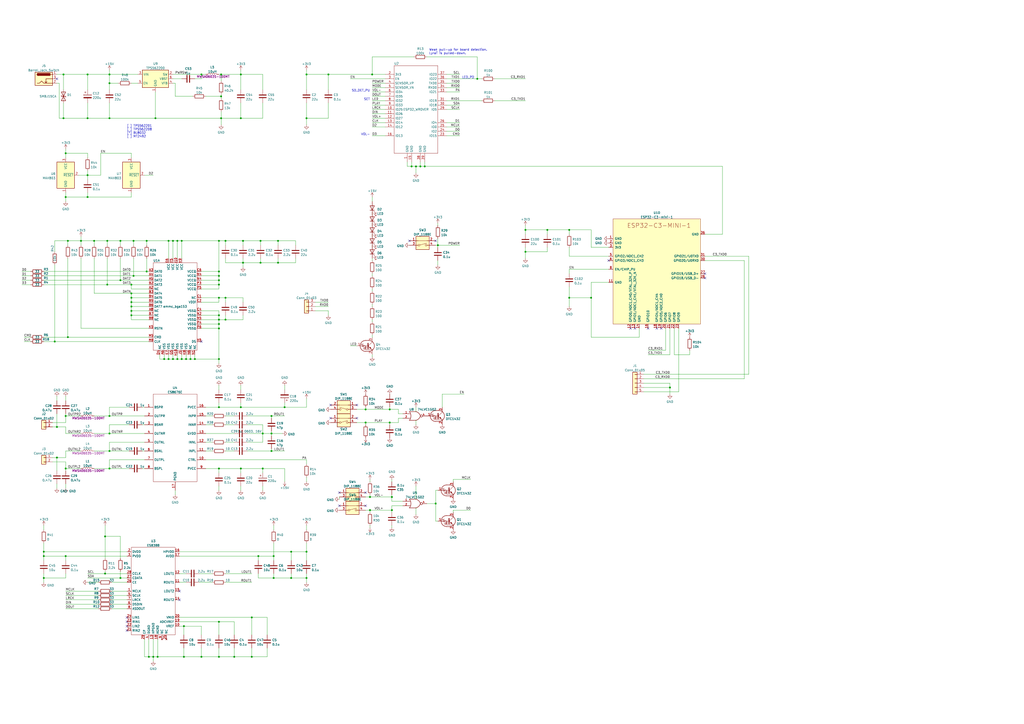
<source format=kicad_sch>
(kicad_sch (version 20211123) (generator eeschema)
  (paper "A2")
  (junction (at 62.23 165.1))
  (junction (at 91.44 381))
  (junction (at 152.4 251.46))
  (junction (at 177.8 68.58))
  (junction (at 157.48 261.62))
  (junction (at 105.41 208.28))
  (junction (at 127 185.42))
  (junction (at 177.8 335.28))
  (junction (at 33.02 247.65))
  (junction (at 214.63 288.29))
  (junction (at 388.62 224.79))
  (junction (at 227.33 288.29))
  (junction (at 177.8 43.18))
  (junction (at 76.2 177.8))
  (junction (at 69.85 139.7))
  (junction (at 100.33 139.7))
  (junction (at 39.37 195.58))
  (junction (at 54.61 139.7))
  (junction (at 76.2 180.34))
  (junction (at 77.47 160.02))
  (junction (at 151.13 139.7))
  (junction (at 127 139.7))
  (junction (at 130.81 172.72))
  (junction (at 38.1 114.3))
  (junction (at 152.4 271.78))
  (junction (at 63.5 261.62))
  (junction (at 97.79 208.28))
  (junction (at 135.89 381))
  (junction (at 227.33 295.91))
  (junction (at 215.9 43.18))
  (junction (at 127 236.22))
  (junction (at 127 381))
  (junction (at 127 187.96))
  (junction (at 158.75 322.58))
  (junction (at 63.5 43.18))
  (junction (at 46.99 139.7))
  (junction (at 25.4 322.58))
  (junction (at 146.05 358.14))
  (junction (at 226.06 245.11))
  (junction (at 116.84 381))
  (junction (at 102.87 208.28))
  (junction (at 130.81 185.42))
  (junction (at 161.29 139.7))
  (junction (at 212.09 237.49))
  (junction (at 100.33 208.28))
  (junction (at 168.91 320.04))
  (junction (at 161.29 152.4))
  (junction (at 252.73 292.1))
  (junction (at 31.75 198.12))
  (junction (at 69.85 335.28))
  (junction (at 130.81 139.7))
  (junction (at 106.68 363.22))
  (junction (at 140.97 139.7))
  (junction (at 50.8 68.58))
  (junction (at 151.13 152.4))
  (junction (at 246.38 96.52))
  (junction (at 139.7 43.18))
  (junction (at 105.41 139.7))
  (junction (at 50.8 43.18))
  (junction (at 88.9 381))
  (junction (at 25.4 320.04))
  (junction (at 317.5 133.35))
  (junction (at 77.47 139.7))
  (junction (at 128.27 68.58))
  (junction (at 95.25 208.28))
  (junction (at 165.1 236.22))
  (junction (at 330.2 172.72))
  (junction (at 110.49 208.28))
  (junction (at 60.96 332.74))
  (junction (at 128.27 55.88))
  (junction (at 168.91 335.28))
  (junction (at 38.1 241.3))
  (junction (at 139.7 271.78))
  (junction (at 85.09 157.48))
  (junction (at 63.5 68.58))
  (junction (at 36.83 43.18))
  (junction (at 226.06 237.49))
  (junction (at 63.5 241.3))
  (junction (at 63.5 48.26))
  (junction (at 25.4 335.28))
  (junction (at 38.1 322.58))
  (junction (at 62.23 139.7))
  (junction (at 76.2 172.72))
  (junction (at 69.85 162.56))
  (junction (at 33.02 265.43))
  (junction (at 127 165.1))
  (junction (at 50.8 114.3))
  (junction (at 157.48 251.46))
  (junction (at 214.63 295.91))
  (junction (at 106.68 381))
  (junction (at 116.84 43.18))
  (junction (at 212.09 245.11))
  (junction (at 140.97 152.4))
  (junction (at 76.2 182.88))
  (junction (at 127 271.78))
  (junction (at 97.79 139.7))
  (junction (at 128.27 43.18))
  (junction (at 146.05 381))
  (junction (at 107.95 208.28))
  (junction (at 190.5 43.18))
  (junction (at 113.03 208.28))
  (junction (at 90.17 68.58))
  (junction (at 127 172.72))
  (junction (at 63.5 271.78))
  (junction (at 127 360.68))
  (junction (at 238.76 96.52))
  (junction (at 330.2 133.35))
  (junction (at 158.75 335.28))
  (junction (at 342.9 172.72))
  (junction (at 127 208.28))
  (junction (at 127 162.56))
  (junction (at 127 182.88))
  (junction (at 63.5 251.46))
  (junction (at 38.1 271.78))
  (junction (at 304.8 133.35))
  (junction (at 86.36 381))
  (junction (at 39.37 139.7))
  (junction (at 304.8 146.05))
  (junction (at 36.83 68.58))
  (junction (at 76.2 165.1))
  (junction (at 241.3 96.52))
  (junction (at 139.7 236.22))
  (junction (at 38.1 88.9))
  (junction (at 127 157.48))
  (junction (at 127 160.02))
  (junction (at 76.2 175.26))
  (junction (at 76.2 170.18))
  (junction (at 276.86 45.72))
  (junction (at 127 190.5))
  (junction (at 157.48 241.3))
  (junction (at 102.87 139.7))
  (junction (at 177.8 320.04))
  (junction (at 243.84 96.52))
  (junction (at 254 142.24))
  (junction (at 60.96 311.15))
  (junction (at 139.7 68.58))
  (junction (at 85.09 139.7))
  (junction (at 50.8 101.6))
  (junction (at 149.86 322.58))
  (no_connect (at 252.73 139.7))
  (no_connect (at 237.49 139.7))
  (no_connect (at 191.77 234.95))
  (no_connect (at 207.01 234.95))
  (no_connect (at 33.02 45.72))
  (no_connect (at 104.14 347.98))
  (no_connect (at 104.14 342.9))
  (no_connect (at 196.85 285.75))
  (no_connect (at 212.09 285.75))
  (no_connect (at 365.76 190.5))
  (no_connect (at 381 190.5))
  (no_connect (at 375.92 190.5))
  (no_connect (at 368.3 190.5))
  (no_connect (at 383.54 190.5))
  (no_connect (at 408.94 161.29))
  (no_connect (at 408.94 158.75))
  (no_connect (at 353.06 151.13))
  (no_connect (at 207.01 242.57))
  (no_connect (at 191.77 242.57))
  (no_connect (at 212.09 293.37))
  (no_connect (at 196.85 293.37))
  (no_connect (at 73.66 358.14))
  (no_connect (at 73.66 360.68))
  (no_connect (at 73.66 363.22))
  (no_connect (at 73.66 365.76))
  (no_connect (at 116.84 198.12))
  (wire (pts (xy 13.97 195.58) (xy 17.78 195.58)))
  (wire (pts (xy 127 180.34) (xy 127 182.88)))
  (wire (pts (xy 152.4 271.78) (xy 165.1 271.78)))
  (wire (pts (xy 317.5 143.51) (xy 317.5 146.05)))
  (wire (pts (xy 101.6 55.88) (xy 111.76 55.88)))
  (wire (pts (xy 104.14 360.68) (xy 127 360.68)))
  (wire (pts (xy 60.96 331.47) (xy 60.96 332.74)))
  (wire (pts (xy 227.33 293.37) (xy 227.33 295.91)))
  (wire (pts (xy 262.89 297.18) (xy 262.89 295.91)))
  (wire (pts (xy 233.68 293.37) (xy 227.33 293.37)))
  (wire (pts (xy 154.94 375.92) (xy 154.94 381)))
  (wire (pts (xy 115.57 332.74) (xy 123.19 332.74)))
  (wire (pts (xy 370.84 195.58) (xy 342.9 195.58)))
  (wire (pts (xy 252.73 284.48) (xy 252.73 292.1)))
  (wire (pts (xy 128.27 55.88) (xy 128.27 57.15)))
  (wire (pts (xy 226.06 245.11) (xy 231.14 245.11)))
  (wire (pts (xy 54.61 241.3) (xy 63.5 241.3)))
  (wire (pts (xy 254 142.24) (xy 254 143.51)))
  (wire (pts (xy 95.25 208.28) (xy 97.79 208.28)))
  (wire (pts (xy 83.82 266.7) (xy 63.5 266.7)))
  (wire (pts (xy 130.81 241.3) (xy 135.89 241.3)))
  (wire (pts (xy 215.9 50.8) (xy 223.52 50.8)))
  (wire (pts (xy 227.33 290.83) (xy 233.68 290.83)))
  (wire (pts (xy 76.2 165.1) (xy 86.36 165.1)))
  (wire (pts (xy 196.85 288.29) (xy 196.85 289.56)))
  (wire (pts (xy 140.97 139.7) (xy 140.97 142.24)))
  (wire (pts (xy 97.79 208.28) (xy 100.33 208.28)))
  (wire (pts (xy 330.2 166.37) (xy 330.2 172.72)))
  (wire (pts (xy 207.01 237.49) (xy 212.09 237.49)))
  (wire (pts (xy 254 151.13) (xy 254 153.67)))
  (wire (pts (xy 146.05 358.14) (xy 154.94 358.14)))
  (wire (pts (xy 50.8 114.3) (xy 50.8 111.76)))
  (wire (pts (xy 38.1 114.3) (xy 38.1 116.84)))
  (wire (pts (xy 77.47 139.7) (xy 77.47 142.24)))
  (wire (pts (xy 45.72 101.6) (xy 50.8 101.6)))
  (wire (pts (xy 82.55 271.78) (xy 83.82 271.78)))
  (wire (pts (xy 113.03 208.28) (xy 127 208.28)))
  (wire (pts (xy 69.85 149.86) (xy 69.85 162.56)))
  (wire (pts (xy 116.84 45.72) (xy 116.84 43.18)))
  (wire (pts (xy 215.9 71.12) (xy 223.52 71.12)))
  (wire (pts (xy 259.08 63.5) (xy 266.7 63.5)))
  (wire (pts (xy 50.8 68.58) (xy 63.5 68.58)))
  (wire (pts (xy 76.2 114.3) (xy 76.2 111.76)))
  (wire (pts (xy 226.06 236.22) (xy 226.06 237.49)))
  (wire (pts (xy 214.63 287.02) (xy 214.63 288.29)))
  (wire (pts (xy 38.1 347.98) (xy 57.15 347.98)))
  (wire (pts (xy 130.81 332.74) (xy 146.05 332.74)))
  (wire (pts (xy 330.2 156.21) (xy 330.2 158.75)))
  (wire (pts (xy 152.4 59.69) (xy 152.4 68.58)))
  (wire (pts (xy 50.8 335.28) (xy 69.85 335.28)))
  (wire (pts (xy 212.09 288.29) (xy 214.63 288.29)))
  (wire (pts (xy 50.8 101.6) (xy 50.8 104.14)))
  (wire (pts (xy 38.1 271.78) (xy 46.99 271.78)))
  (wire (pts (xy 119.38 256.54) (xy 123.19 256.54)))
  (wire (pts (xy 25.4 157.48) (xy 85.09 157.48)))
  (wire (pts (xy 254 129.54) (xy 254 130.81)))
  (wire (pts (xy 83.82 256.54) (xy 63.5 256.54)))
  (wire (pts (xy 259.08 73.66) (xy 266.7 73.66)))
  (wire (pts (xy 63.5 236.22) (xy 63.5 241.3)))
  (wire (pts (xy 127 160.02) (xy 127 162.56)))
  (wire (pts (xy 86.36 185.42) (xy 76.2 185.42)))
  (wire (pts (xy 102.87 205.74) (xy 102.87 208.28)))
  (wire (pts (xy 139.7 43.18) (xy 152.4 43.18)))
  (wire (pts (xy 38.1 229.87) (xy 38.1 232.41)))
  (wire (pts (xy 215.9 149.86) (xy 215.9 151.13)))
  (wire (pts (xy 119.38 261.62) (xy 123.19 261.62)))
  (wire (pts (xy 177.8 276.86) (xy 177.8 279.4)))
  (wire (pts (xy 110.49 208.28) (xy 113.03 208.28)))
  (wire (pts (xy 139.7 40.64) (xy 139.7 43.18)))
  (wire (pts (xy 215.9 68.58) (xy 223.52 68.58)))
  (wire (pts (xy 85.09 139.7) (xy 97.79 139.7)))
  (wire (pts (xy 25.4 322.58) (xy 38.1 322.58)))
  (wire (pts (xy 25.4 322.58) (xy 25.4 325.12)))
  (wire (pts (xy 259.08 78.74) (xy 266.7 78.74)))
  (wire (pts (xy 177.8 68.58) (xy 177.8 72.39)))
  (wire (pts (xy 231.14 240.03) (xy 233.68 240.03)))
  (wire (pts (xy 238.76 93.98) (xy 238.76 96.52)))
  (wire (pts (xy 262.89 278.13) (xy 273.05 278.13)))
  (wire (pts (xy 54.61 149.86) (xy 54.61 170.18)))
  (wire (pts (xy 127 157.48) (xy 127 160.02)))
  (wire (pts (xy 76.2 170.18) (xy 86.36 170.18)))
  (wire (pts (xy 63.5 48.26) (xy 68.58 48.26)))
  (wire (pts (xy 190.5 68.58) (xy 177.8 68.58)))
  (wire (pts (xy 212.09 245.11) (xy 212.09 246.38)))
  (wire (pts (xy 50.8 114.3) (xy 76.2 114.3)))
  (wire (pts (xy 330.2 133.35) (xy 330.2 135.89)))
  (wire (pts (xy 152.4 251.46) (xy 152.4 256.54)))
  (wire (pts (xy 38.1 88.9) (xy 38.1 91.44)))
  (wire (pts (xy 139.7 271.78) (xy 127 271.78)))
  (wire (pts (xy 353.06 163.83) (xy 342.9 163.83)))
  (wire (pts (xy 254 142.24) (xy 266.7 142.24)))
  (wire (pts (xy 39.37 139.7) (xy 46.99 139.7)))
  (wire (pts (xy 50.8 43.18) (xy 50.8 52.07)))
  (wire (pts (xy 259.08 53.34) (xy 266.7 53.34)))
  (wire (pts (xy 39.37 149.86) (xy 39.37 195.58)))
  (wire (pts (xy 215.9 73.66) (xy 223.52 73.66)))
  (wire (pts (xy 214.63 306.07) (xy 214.63 304.8)))
  (wire (pts (xy 25.4 198.12) (xy 31.75 198.12)))
  (wire (pts (xy 190.5 180.34) (xy 190.5 182.88)))
  (wire (pts (xy 212.09 236.22) (xy 212.09 237.49)))
  (wire (pts (xy 330.2 148.59) (xy 353.06 148.59)))
  (wire (pts (xy 388.62 224.79) (xy 388.62 228.6)))
  (wire (pts (xy 161.29 139.7) (xy 161.29 142.24)))
  (wire (pts (xy 391.16 205.74) (xy 400.05 205.74)))
  (wire (pts (xy 77.47 160.02) (xy 86.36 160.02)))
  (wire (pts (xy 54.61 271.78) (xy 63.5 271.78)))
  (wire (pts (xy 139.7 236.22) (xy 165.1 236.22)))
  (wire (pts (xy 246.38 96.52) (xy 419.1 96.52)))
  (wire (pts (xy 60.96 304.8) (xy 60.96 311.15)))
  (wire (pts (xy 97.79 139.7) (xy 97.79 149.86)))
  (wire (pts (xy 105.41 205.74) (xy 105.41 208.28)))
  (wire (pts (xy 36.83 68.58) (xy 50.8 68.58)))
  (wire (pts (xy 177.8 314.96) (xy 177.8 320.04)))
  (wire (pts (xy 152.4 281.94) (xy 152.4 284.48)))
  (wire (pts (xy 63.5 48.26) (xy 63.5 52.07)))
  (wire (pts (xy 149.86 332.74) (xy 149.86 335.28)))
  (wire (pts (xy 107.95 205.74) (xy 107.95 208.28)))
  (wire (pts (xy 259.08 50.8) (xy 266.7 50.8)))
  (wire (pts (xy 259.08 45.72) (xy 276.86 45.72)))
  (wire (pts (xy 287.02 45.72) (xy 304.8 45.72)))
  (wire (pts (xy 33.02 240.03) (xy 33.02 247.65)))
  (wire (pts (xy 119.38 246.38) (xy 123.19 246.38)))
  (wire (pts (xy 92.71 208.28) (xy 95.25 208.28)))
  (wire (pts (xy 100.33 139.7) (xy 102.87 139.7)))
  (wire (pts (xy 177.8 320.04) (xy 177.8 325.12)))
  (wire (pts (xy 128.27 64.77) (xy 128.27 68.58)))
  (wire (pts (xy 76.2 175.26) (xy 76.2 177.8)))
  (wire (pts (xy 13.97 198.12) (xy 17.78 198.12)))
  (wire (pts (xy 373.38 217.17) (xy 434.34 217.17)))
  (wire (pts (xy 100.33 205.74) (xy 100.33 208.28)))
  (wire (pts (xy 215.9 142.24) (xy 215.9 143.51)))
  (wire (pts (xy 104.14 337.82) (xy 107.95 337.82)))
  (wire (pts (xy 128.27 43.18) (xy 128.27 46.99)))
  (wire (pts (xy 140.97 152.4) (xy 140.97 154.94)))
  (wire (pts (xy 69.85 139.7) (xy 69.85 142.24)))
  (wire (pts (xy 64.77 342.9) (xy 73.66 342.9)))
  (wire (pts (xy 31.75 146.05) (xy 31.75 139.7)))
  (wire (pts (xy 419.1 135.89) (xy 408.94 135.89)))
  (wire (pts (xy 259.08 43.18) (xy 266.7 43.18)))
  (wire (pts (xy 83.82 381) (xy 86.36 381)))
  (wire (pts (xy 304.8 146.05) (xy 304.8 149.86)))
  (wire (pts (xy 38.1 86.36) (xy 38.1 88.9)))
  (wire (pts (xy 116.84 157.48) (xy 127 157.48)))
  (wire (pts (xy 177.8 266.7) (xy 177.8 269.24)))
  (wire (pts (xy 151.13 152.4) (xy 161.29 152.4)))
  (wire (pts (xy 236.22 96.52) (xy 238.76 96.52)))
  (wire (pts (xy 116.84 165.1) (xy 127 165.1)))
  (wire (pts (xy 154.94 381) (xy 146.05 381)))
  (wire (pts (xy 241.3 236.22) (xy 241.3 238.76)))
  (wire (pts (xy 128.27 68.58) (xy 90.17 68.58)))
  (wire (pts (xy 342.9 163.83) (xy 342.9 172.72)))
  (wire (pts (xy 76.2 180.34) (xy 76.2 177.8)))
  (wire (pts (xy 149.86 335.28) (xy 158.75 335.28)))
  (wire (pts (xy 76.2 180.34) (xy 86.36 180.34)))
  (wire (pts (xy 252.73 284.48) (xy 254 284.48)))
  (wire (pts (xy 391.16 190.5) (xy 391.16 205.74)))
  (wire (pts (xy 54.61 170.18) (xy 76.2 170.18)))
  (wire (pts (xy 227.33 288.29) (xy 227.33 290.83)))
  (wire (pts (xy 342.9 143.51) (xy 353.06 143.51)))
  (wire (pts (xy 88.9 370.84) (xy 88.9 381)))
  (wire (pts (xy 140.97 152.4) (xy 151.13 152.4)))
  (wire (pts (xy 33.02 229.87) (xy 33.02 232.41)))
  (wire (pts (xy 127 281.94) (xy 127 284.48)))
  (wire (pts (xy 135.89 375.92) (xy 135.89 381)))
  (wire (pts (xy 127 236.22) (xy 127 233.68)))
  (wire (pts (xy 25.4 320.04) (xy 25.4 322.58)))
  (wire (pts (xy 25.4 335.28) (xy 25.4 337.82)))
  (wire (pts (xy 317.5 133.35) (xy 317.5 135.89)))
  (wire (pts (xy 127 360.68) (xy 127 368.3)))
  (wire (pts (xy 127 208.28) (xy 127 210.82)))
  (wire (pts (xy 157.48 251.46) (xy 163.83 251.46)))
  (wire (pts (xy 241.3 96.52) (xy 243.84 96.52)))
  (wire (pts (xy 62.23 139.7) (xy 62.23 142.24)))
  (wire (pts (xy 60.96 332.74) (xy 73.66 332.74)))
  (wire (pts (xy 38.1 88.9) (xy 50.8 88.9)))
  (wire (pts (xy 76.2 167.64) (xy 86.36 167.64)))
  (wire (pts (xy 12.7 165.1) (xy 17.78 165.1)))
  (wire (pts (xy 128.27 55.88) (xy 128.27 54.61)))
  (wire (pts (xy 64.77 353.06) (xy 73.66 353.06)))
  (wire (pts (xy 259.08 76.2) (xy 266.7 76.2)))
  (wire (pts (xy 215.9 33.02) (xy 215.9 43.18)))
  (wire (pts (xy 373.38 219.71) (xy 431.8 219.71)))
  (wire (pts (xy 86.36 370.84) (xy 86.36 381)))
  (wire (pts (xy 91.44 381) (xy 106.68 381)))
  (wire (pts (xy 190.5 43.18) (xy 177.8 43.18)))
  (wire (pts (xy 119.38 241.3) (xy 123.19 241.3)))
  (wire (pts (xy 58.42 88.9) (xy 76.2 88.9)))
  (wire (pts (xy 63.5 251.46) (xy 83.82 251.46)))
  (wire (pts (xy 212.09 237.49) (xy 226.06 237.49)))
  (wire (pts (xy 254 138.43) (xy 254 142.24)))
  (wire (pts (xy 12.7 162.56) (xy 17.78 162.56)))
  (wire (pts (xy 130.81 149.86) (xy 130.81 152.4)))
  (wire (pts (xy 158.75 322.58) (xy 158.75 325.12)))
  (wire (pts (xy 373.38 222.25) (xy 388.62 222.25)))
  (wire (pts (xy 177.8 40.64) (xy 177.8 43.18)))
  (wire (pts (xy 215.9 194.31) (xy 215.9 195.58)))
  (wire (pts (xy 127 162.56) (xy 127 165.1)))
  (wire (pts (xy 130.81 337.82) (xy 146.05 337.82)))
  (wire (pts (xy 139.7 281.94) (xy 139.7 284.48)))
  (wire (pts (xy 115.57 337.82) (xy 123.19 337.82)))
  (wire (pts (xy 38.1 271.78) (xy 38.1 273.05)))
  (wire (pts (xy 130.81 152.4) (xy 140.97 152.4)))
  (wire (pts (xy 25.4 332.74) (xy 25.4 335.28)))
  (wire (pts (xy 38.1 241.3) (xy 46.99 241.3)))
  (wire (pts (xy 330.2 143.51) (xy 330.2 148.59)))
  (wire (pts (xy 116.84 175.26) (xy 127 175.26)))
  (wire (pts (xy 207.01 245.11) (xy 212.09 245.11)))
  (wire (pts (xy 33.02 247.65) (xy 38.1 247.65)))
  (wire (pts (xy 130.81 172.72) (xy 140.97 172.72)))
  (wire (pts (xy 203.2 45.72) (xy 223.52 45.72)))
  (wire (pts (xy 38.1 322.58) (xy 73.66 322.58)))
  (wire (pts (xy 252.73 292.1) (xy 252.73 302.26)))
  (wire (pts (xy 158.75 304.8) (xy 158.75 307.34)))
  (wire (pts (xy 119.38 266.7) (xy 177.8 266.7)))
  (wire (pts (xy 241.3 243.84) (xy 241.3 246.38)))
  (wire (pts (xy 256.54 228.6) (xy 269.24 228.6)))
  (wire (pts (xy 276.86 33.02) (xy 247.65 33.02)))
  (wire (pts (xy 76.2 172.72) (xy 86.36 172.72)))
  (wire (pts (xy 38.1 342.9) (xy 57.15 342.9)))
  (wire (pts (xy 39.37 195.58) (xy 86.36 195.58)))
  (wire (pts (xy 33.02 43.18) (xy 36.83 43.18)))
  (wire (pts (xy 177.8 335.28) (xy 177.8 337.82)))
  (wire (pts (xy 143.51 261.62) (xy 157.48 261.62)))
  (wire (pts (xy 330.2 133.35) (xy 317.5 133.35)))
  (wire (pts (xy 157.48 241.3) (xy 165.1 241.3)))
  (wire (pts (xy 151.13 149.86) (xy 151.13 152.4)))
  (wire (pts (xy 33.02 265.43) (xy 30.48 265.43)))
  (wire (pts (xy 214.63 295.91) (xy 227.33 295.91)))
  (wire (pts (xy 76.2 170.18) (xy 76.2 172.72)))
  (wire (pts (xy 140.97 139.7) (xy 151.13 139.7)))
  (wire (pts (xy 34.29 68.58) (xy 36.83 68.58)))
  (wire (pts (xy 50.8 59.69) (xy 50.8 68.58)))
  (wire (pts (xy 46.99 139.7) (xy 54.61 139.7)))
  (wire (pts (xy 100.33 45.72) (xy 105.41 45.72)))
  (wire (pts (xy 64.77 350.52) (xy 73.66 350.52)))
  (wire (pts (xy 146.05 358.14) (xy 146.05 368.3)))
  (wire (pts (xy 127 172.72) (xy 127 175.26)))
  (wire (pts (xy 12.7 160.02) (xy 17.78 160.02)))
  (wire (pts (xy 83.82 370.84) (xy 83.82 381)))
  (wire (pts (xy 152.4 246.38) (xy 152.4 251.46)))
  (wire (pts (xy 60.96 311.15) (xy 69.85 311.15)))
  (wire (pts (xy 107.95 208.28) (xy 110.49 208.28)))
  (wire (pts (xy 54.61 139.7) (xy 62.23 139.7)))
  (wire (pts (xy 139.7 236.22) (xy 139.7 233.68)))
  (wire (pts (xy 104.14 320.04) (xy 168.91 320.04)))
  (wire (pts (xy 100.33 139.7) (xy 100.33 149.86)))
  (wire (pts (xy 127 375.92) (xy 127 381)))
  (wire (pts (xy 80.01 43.18) (xy 63.5 43.18)))
  (wire (pts (xy 177.8 332.74) (xy 177.8 335.28)))
  (wire (pts (xy 190.5 59.69) (xy 190.5 68.58)))
  (wire (pts (xy 262.89 279.4) (xy 262.89 278.13)))
  (wire (pts (xy 100.33 208.28) (xy 102.87 208.28)))
  (wire (pts (xy 127 187.96) (xy 127 190.5)))
  (wire (pts (xy 63.5 266.7) (xy 63.5 271.78)))
  (wire (pts (xy 116.84 172.72) (xy 127 172.72)))
  (wire (pts (xy 330.2 156.21) (xy 353.06 156.21)))
  (wire (pts (xy 215.9 58.42) (xy 223.52 58.42)))
  (wire (pts (xy 143.51 241.3) (xy 157.48 241.3)))
  (wire (pts (xy 74.93 246.38) (xy 63.5 246.38)))
  (wire (pts (xy 212.09 295.91) (xy 214.63 295.91)))
  (wire (pts (xy 215.9 66.04) (xy 223.52 66.04)))
  (wire (pts (xy 143.51 256.54) (xy 152.4 256.54)))
  (wire (pts (xy 110.49 205.74) (xy 110.49 208.28)))
  (wire (pts (xy 252.73 142.24) (xy 254 142.24)))
  (wire (pts (xy 214.63 288.29) (xy 227.33 288.29)))
  (wire (pts (xy 76.2 185.42) (xy 76.2 182.88)))
  (wire (pts (xy 113.03 205.74) (xy 113.03 208.28)))
  (wire (pts (xy 342.9 195.58) (xy 342.9 172.72)))
  (wire (pts (xy 33.02 48.26) (xy 34.29 48.26)))
  (wire (pts (xy 287.02 58.42) (xy 304.8 58.42)))
  (wire (pts (xy 63.5 256.54) (xy 63.5 261.62)))
  (wire (pts (xy 157.48 241.3) (xy 157.48 242.57)))
  (wire (pts (xy 342.9 133.35) (xy 330.2 133.35)))
  (wire (pts (xy 247.65 292.1) (xy 252.73 292.1)))
  (wire (pts (xy 238.76 96.52) (xy 241.3 96.52)))
  (wire (pts (xy 215.9 176.53) (xy 215.9 177.8)))
  (wire (pts (xy 88.9 381) (xy 88.9 383.54)))
  (wire (pts (xy 33.02 280.67) (xy 33.02 283.21)))
  (wire (pts (xy 215.9 205.74) (xy 215.9 207.01)))
  (wire (pts (xy 38.1 332.74) (xy 38.1 335.28)))
  (wire (pts (xy 140.97 182.88) (xy 140.97 185.42)))
  (wire (pts (xy 105.41 139.7) (xy 105.41 149.86)))
  (wire (pts (xy 34.29 48.26) (xy 34.29 68.58)))
  (wire (pts (xy 243.84 93.98) (xy 243.84 96.52)))
  (wire (pts (xy 161.29 152.4) (xy 171.45 152.4)))
  (wire (pts (xy 130.81 246.38) (xy 135.89 246.38)))
  (wire (pts (xy 63.5 246.38) (xy 63.5 251.46)))
  (wire (pts (xy 165.1 279.4) (xy 165.1 271.78)))
  (wire (pts (xy 149.86 322.58) (xy 158.75 322.58)))
  (wire (pts (xy 76.2 48.26) (xy 80.01 48.26)))
  (wire (pts (xy 100.33 48.26) (xy 101.6 48.26)))
  (wire (pts (xy 226.06 245.11) (xy 226.06 246.38)))
  (wire (pts (xy 177.8 304.8) (xy 177.8 307.34)))
  (wire (pts (xy 304.8 133.35) (xy 304.8 135.89)))
  (wire (pts (xy 30.48 267.97) (xy 38.1 267.97)))
  (wire (pts (xy 113.03 45.72) (xy 116.84 45.72)))
  (wire (pts (xy 227.33 279.4) (xy 227.33 278.13)))
  (wire (pts (xy 171.45 152.4) (xy 171.45 149.86)))
  (wire (pts (xy 408.94 151.13) (xy 431.8 151.13)))
  (wire (pts (xy 30.48 245.11) (xy 38.1 245.11)))
  (wire (pts (xy 127 226.06) (xy 127 223.52)))
  (wire (pts (xy 165.1 233.68) (xy 165.1 236.22)))
  (wire (pts (xy 106.68 363.22) (xy 106.68 368.3)))
  (wire (pts (xy 31.75 139.7) (xy 39.37 139.7)))
  (wire (pts (xy 135.89 360.68) (xy 135.89 368.3)))
  (wire (pts (xy 58.42 101.6) (xy 58.42 88.9)))
  (wire (pts (xy 151.13 139.7) (xy 161.29 139.7)))
  (wire (pts (xy 38.1 322.58) (xy 38.1 325.12)))
  (wire (pts (xy 168.91 335.28) (xy 177.8 335.28)))
  (wire (pts (xy 408.94 148.59) (xy 434.34 148.59)))
  (wire (pts (xy 104.14 358.14) (xy 146.05 358.14)))
  (wire (pts (xy 256.54 236.22) (xy 256.54 228.6)))
  (wire (pts (xy 143.51 246.38) (xy 152.4 246.38)))
  (wire (pts (xy 203.2 200.66) (xy 207.01 200.66)))
  (wire (pts (xy 215.9 78.74) (xy 223.52 78.74)))
  (wire (pts (xy 154.94 358.14) (xy 154.94 368.3)))
  (wire (pts (xy 161.29 152.4) (xy 161.29 149.86)))
  (wire (pts (xy 127 182.88) (xy 127 185.42)))
  (wire (pts (xy 157.48 261.62) (xy 165.1 261.62)))
  (wire (pts (xy 62.23 165.1) (xy 76.2 165.1)))
  (wire (pts (xy 38.1 280.67) (xy 38.1 283.21)))
  (wire (pts (xy 50.8 101.6) (xy 58.42 101.6)))
  (wire (pts (xy 69.85 162.56) (xy 86.36 162.56)))
  (wire (pts (xy 215.9 167.64) (xy 215.9 168.91)))
  (wire (pts (xy 119.38 251.46) (xy 135.89 251.46)))
  (wire (pts (xy 116.84 381) (xy 106.68 381)))
  (wire (pts (xy 54.61 261.62) (xy 63.5 261.62)))
  (wire (pts (xy 140.97 172.72) (xy 140.97 175.26)))
  (wire (pts (xy 149.86 322.58) (xy 149.86 325.12)))
  (wire (pts (xy 85.09 157.48) (xy 86.36 157.48)))
  (wire (pts (xy 246.38 96.52) (xy 246.38 93.98)))
  (wire (pts (xy 38.1 353.06) (xy 57.15 353.06)))
  (wire (pts (xy 431.8 219.71) (xy 431.8 151.13)))
  (wire (pts (xy 85.09 139.7) (xy 85.09 142.24)))
  (wire (pts (xy 25.4 304.8) (xy 25.4 307.34)))
  (wire (pts (xy 46.99 137.16) (xy 46.99 139.7)))
  (wire (pts (xy 215.9 130.81) (xy 215.9 129.54)))
  (wire (pts (xy 128.27 68.58) (xy 128.27 72.39)))
  (wire (pts (xy 165.1 226.06) (xy 165.1 223.52)))
  (wire (pts (xy 139.7 59.69) (xy 139.7 68.58)))
  (wire (pts (xy 63.5 68.58) (xy 90.17 68.58)))
  (wire (pts (xy 215.9 48.26) (xy 223.52 48.26)))
  (wire (pts (xy 215.9 116.84) (xy 215.9 114.3)))
  (wire (pts (xy 38.1 251.46) (xy 46.99 251.46)))
  (wire (pts (xy 262.89 295.91) (xy 273.05 295.91)))
  (wire (pts (xy 215.9 124.46) (xy 215.9 123.19)))
  (wire (pts (xy 64.77 345.44) (xy 73.66 345.44)))
  (wire (pts (xy 168.91 332.74) (xy 168.91 335.28)))
  (wire (pts (xy 212.09 245.11) (xy 226.06 245.11)))
  (wire (pts (xy 25.4 320.04) (xy 73.66 320.04)))
  (wire (pts (xy 152.4 43.18) (xy 152.4 52.07)))
  (wire (pts (xy 252.73 302.26) (xy 254 302.26)))
  (wire (pts (xy 64.77 337.82) (xy 73.66 337.82)))
  (wire (pts (xy 161.29 139.7) (xy 171.45 139.7)))
  (wire (pts (xy 77.47 139.7) (xy 85.09 139.7)))
  (wire (pts (xy 182.88 180.34) (xy 190.5 180.34)))
  (wire (pts (xy 127 185.42) (xy 127 187.96)))
  (wire (pts (xy 76.2 182.88) (xy 86.36 182.88)))
  (wire (pts (xy 46.99 261.62) (xy 38.1 261.62)))
  (wire (pts (xy 116.84 162.56) (xy 127 162.56)))
  (wire (pts (xy 106.68 381) (xy 106.68 375.92)))
  (wire (pts (xy 38.1 247.65) (xy 38.1 251.46)))
  (wire (pts (xy 151.13 139.7) (xy 151.13 142.24)))
  (wire (pts (xy 82.55 261.62) (xy 83.82 261.62)))
  (wire (pts (xy 64.77 347.98) (xy 73.66 347.98)))
  (wire (pts (xy 76.2 182.88) (xy 76.2 180.34)))
  (wire (pts (xy 236.22 93.98) (xy 236.22 96.52)))
  (wire (pts (xy 342.9 133.35) (xy 342.9 143.51)))
  (wire (pts (xy 393.7 190.5) (xy 393.7 227.33)))
  (wire (pts (xy 63.5 261.62) (xy 74.93 261.62)))
  (wire (pts (xy 157.48 250.19) (xy 157.48 251.46)))
  (wire (pts (xy 97.79 205.74) (xy 97.79 208.28)))
  (wire (pts (xy 46.99 139.7) (xy 46.99 142.24)))
  (wire (pts (xy 127 139.7) (xy 130.81 139.7)))
  (wire (pts (xy 158.75 332.74) (xy 158.75 335.28)))
  (wire (pts (xy 116.84 187.96) (xy 127 187.96)))
  (wire (pts (xy 106.68 363.22) (xy 116.84 363.22)))
  (wire (pts (xy 127 381) (xy 116.84 381)))
  (wire (pts (xy 76.2 165.1) (xy 76.2 167.64)))
  (wire (pts (xy 140.97 152.4) (xy 140.97 149.86)))
  (wire (pts (xy 215.9 185.42) (xy 215.9 186.69)))
  (wire (pts (xy 38.1 350.52) (xy 57.15 350.52)))
  (wire (pts (xy 69.85 331.47) (xy 69.85 335.28)))
  (wire (pts (xy 223.52 43.18) (xy 215.9 43.18)))
  (wire (pts (xy 177.8 59.69) (xy 177.8 68.58)))
  (wire (pts (xy 276.86 45.72) (xy 276.86 33.02)))
  (wire (pts (xy 388.62 222.25) (xy 388.62 224.79)))
  (wire (pts (xy 127 271.78) (xy 127 274.32)))
  (wire (pts (xy 182.88 177.8) (xy 190.5 177.8)))
  (wire (pts (xy 91.44 370.84) (xy 91.44 381)))
  (wire (pts (xy 119.38 55.88) (xy 128.27 55.88)))
  (wire (pts (xy 231.14 237.49) (xy 231.14 240.03)))
  (wire (pts (xy 152.4 274.32) (xy 152.4 271.78)))
  (wire (pts (xy 76.2 172.72) (xy 76.2 175.26)))
  (wire (pts (xy 25.4 314.96) (xy 25.4 320.04)))
  (wire (pts (xy 74.93 236.22) (xy 63.5 236.22)))
  (wire (pts (xy 400.05 205.74) (xy 400.05 203.2)))
  (wire (pts (xy 101.6 284.48) (xy 101.6 287.02)))
  (wire (pts (xy 227.33 295.91) (xy 227.33 297.18)))
  (wire (pts (xy 241.3 281.94) (xy 241.3 289.56)))
  (wire (pts (xy 370.84 190.5) (xy 370.84 195.58)))
  (wire (pts (xy 128.27 43.18) (xy 139.7 43.18)))
  (wire (pts (xy 127 167.64) (xy 116.84 167.64)))
  (wire (pts (xy 317.5 146.05) (xy 304.8 146.05)))
  (wire (pts (xy 116.84 180.34) (xy 127 180.34)))
  (wire (pts (xy 276.86 45.72) (xy 279.4 45.72)))
  (wire (pts (xy 116.84 160.02) (xy 127 160.02)))
  (wire (pts (xy 215.9 137.16) (xy 215.9 135.89)))
  (wire (pts (xy 116.84 375.92) (xy 116.84 381)))
  (wire (pts (xy 215.9 43.18) (xy 190.5 43.18)))
  (wire (pts (xy 259.08 58.42) (xy 279.4 58.42)))
  (wire (pts (xy 215.9 158.75) (xy 215.9 160.02)))
  (wire (pts (xy 139.7 236.22) (xy 127 236.22)))
  (wire (pts (xy 119.38 236.22) (xy 127 236.22)))
  (wire (pts (xy 143.51 251.46) (xy 152.4 251.46)))
  (wire (pts (xy 54.61 251.46) (xy 63.5 251.46)))
  (wire (pts (xy 214.63 295.91) (xy 214.63 297.18)))
  (wire (pts (xy 63.5 40.64) (xy 63.5 43.18)))
  (wire (pts (xy 130.81 256.54) (xy 135.89 256.54)))
  (wire (pts (xy 86.36 381) (xy 88.9 381)))
  (wire (pts (xy 177.8 43.18) (xy 177.8 52.07)))
  (wire (pts (xy 130.81 139.7) (xy 130.81 142.24)))
  (wire (pts (xy 36.83 59.69) (xy 36.83 68.58)))
  (wire (pts (xy 25.4 162.56) (xy 69.85 162.56)))
  (wire (pts (xy 127 190.5) (xy 127 208.28)))
  (wire (pts (xy 259.08 71.12) (xy 266.7 71.12)))
  (wire (pts (xy 62.23 139.7) (xy 69.85 139.7)))
  (wire (pts (xy 69.85 335.28) (xy 73.66 335.28)))
  (wire (pts (xy 215.9 53.34) (xy 223.52 53.34)))
  (wire (pts (xy 127 43.18) (xy 128.27 43.18)))
  (wire (pts (xy 116.84 190.5) (xy 127 190.5)))
  (wire (pts (xy 146.05 381) (xy 135.89 381)))
  (wire (pts (xy 157.48 251.46) (xy 157.48 252.73)))
  (wire (pts (xy 182.88 175.26) (xy 190.5 175.26)))
  (wire (pts (xy 83.82 101.6) (xy 88.9 101.6)))
  (wire (pts (xy 69.85 139.7) (xy 77.47 139.7)))
  (wire (pts (xy 82.55 236.22) (xy 83.82 236.22)))
  (wire (pts (xy 12.7 157.48) (xy 17.78 157.48)))
  (wire (pts (xy 165.1 236.22) (xy 177.8 236.22)))
  (wire (pts (xy 95.25 205.74) (xy 95.25 208.28)))
  (wire (pts (xy 76.2 175.26) (xy 86.36 175.26)))
  (wire (pts (xy 25.4 195.58) (xy 39.37 195.58)))
  (wire (pts (xy 54.61 139.7) (xy 54.61 142.24)))
  (wire (pts (xy 214.63 279.4) (xy 214.63 278.13)))
  (wire (pts (xy 259.08 48.26) (xy 266.7 48.26)))
  (wire (pts (xy 102.87 139.7) (xy 105.41 139.7)))
  (wire (pts (xy 33.02 265.43) (xy 33.02 273.05)))
  (wire (pts (xy 227.33 287.02) (xy 227.33 288.29)))
  (wire (pts (xy 46.99 190.5) (xy 86.36 190.5)))
  (wire (pts (xy 105.41 139.7) (xy 127 139.7)))
  (wire (pts (xy 241.3 294.64) (xy 241.3 298.45)))
  (wire (pts (xy 36.83 43.18) (xy 36.83 52.07)))
  (wire (pts (xy 77.47 149.86) (xy 77.47 160.02)))
  (wire (pts (xy 116.84 182.88) (xy 127 182.88)))
  (wire (pts (xy 104.14 322.58) (xy 149.86 322.58)))
  (wire (pts (xy 25.4 160.02) (xy 77.47 160.02)))
  (wire (pts (xy 152.4 68.58) (xy 139.7 68.58)))
  (wire (pts (xy 304.8 143.51) (xy 304.8 146.05)))
  (wire (pts (xy 69.85 311.15) (xy 69.85 323.85)))
  (wire (pts (xy 39.37 139.7) (xy 39.37 142.24)))
  (wire (pts (xy 38.1 111.76) (xy 38.1 114.3)))
  (wire (pts (xy 91.44 381) (xy 88.9 381)))
  (wire (pts (xy 25.4 165.1) (xy 62.23 165.1)))
  (wire (pts (xy 76.2 88.9) (xy 76.2 91.44)))
  (wire (pts (xy 127 360.68) (xy 135.89 360.68)))
  (wire (pts (xy 127 172.72) (xy 130.81 172.72)))
  (wire (pts (xy 127 139.7) (xy 127 157.48)))
  (wire (pts (xy 101.6 48.26) (xy 101.6 55.88)))
  (wire (pts (xy 373.38 227.33) (xy 393.7 227.33)))
  (wire (pts (xy 259.08 60.96) (xy 266.7 60.96)))
  (wire (pts (xy 30.48 247.65) (xy 33.02 247.65)))
  (wire (pts (xy 388.62 190.5) (xy 388.62 205.74)))
  (wire (pts (xy 434.34 148.59) (xy 434.34 217.17)))
  (wire (pts (xy 36.83 43.18) (xy 50.8 43.18)))
  (wire (pts (xy 330.2 172.72) (xy 342.9 172.72)))
  (wire (pts (xy 146.05 375.92) (xy 146.05 381)))
  (wire (pts (xy 215.9 60.96) (xy 223.52 60.96)))
  (wire (pts (xy 241.3 96.52) (xy 241.3 100.33)))
  (wire (pts (xy 158.75 335.28) (xy 168.91 335.28)))
  (wire (pts (xy 38.1 245.11) (xy 38.1 241.3)))
  (wire (pts (xy 139.7 271.78) (xy 152.4 271.78)))
  (wire (pts (xy 63.5 59.69) (xy 63.5 68.58)))
  (wire (pts (xy 127 165.1) (xy 127 167.64)))
  (wire (pts (xy 38.1 345.44) (xy 57.15 345.44)))
  (wire (pts (xy 157.48 260.35) (xy 157.48 261.62)))
  (wire (pts (xy 104.14 332.74) (xy 107.95 332.74)))
  (wire (pts (xy 97.79 139.7) (xy 100.33 139.7)))
  (wire (pts (xy 119.38 271.78) (xy 127 271.78)))
  (wire (pts (xy 62.23 149.86) (xy 62.23 165.1)))
  (wire (pts (xy 90.17 68.58) (xy 90.17 53.34)))
  (wire (pts (xy 386.08 190.5) (xy 386.08 203.2)))
  (wire (pts (xy 304.8 130.81) (xy 304.8 133.35)))
  (wire (pts (xy 231.14 242.57) (xy 231.14 245.11)))
  (wire (pts (xy 419.1 96.52) (xy 419.1 135.89)))
  (wire (pts (xy 116.84 185.42) (xy 127 185.42)))
  (wire (pts (xy 82.55 246.38) (xy 83.82 246.38)))
  (wire (pts (xy 128.27 68.58) (xy 139.7 68.58)))
  (wire (pts (xy 130.81 261.62) (xy 135.89 261.62)))
  (wire (pts (xy 25.4 335.28) (xy 38.1 335.28)))
  (wire (pts (xy 50.8 99.06) (xy 50.8 101.6)))
  (wire (pts (xy 373.38 224.79) (xy 388.62 224.79)))
  (wire (pts (xy 226.06 237.49) (xy 231.14 237.49)))
  (wire (pts (xy 139.7 226.06) (xy 139.7 223.52)))
  (wire (pts (xy 46.99 149.86) (xy 46.99 190.5)))
  (wire (pts (xy 130.81 172.72) (xy 130.81 175.26)))
  (wire (pts (xy 92.71 205.74) (xy 92.71 208.28)))
  (wire (pts (xy 85.09 149.86) (xy 85.09 157.48)))
  (wire (pts (xy 152.4 251.46) (xy 157.48 251.46)))
  (wire (pts (xy 130.81 139.7) (xy 140.97 139.7)))
  (wire (pts (xy 139.7 271.78) (xy 139.7 274.32)))
  (wire (pts (xy 177.8 236.22) (xy 177.8 231.14)))
  (wire (pts (xy 116.84 363.22) (xy 116.84 368.3)))
  (wire (pts (xy 130.81 185.42) (xy 127 185.42)))
  (wire (pts (xy 158.75 314.96) (xy 158.75 322.58)))
  (wire (pts (xy 63.5 271.78) (xy 74.93 271.78)))
  (wire (pts (xy 38.1 114.3) (xy 50.8 114.3)))
  (wire (pts (xy 130.81 182.88) (xy 130.81 185.42)))
  (wire (pts (xy 50.8 332.74) (xy 60.96 332.74)))
  (wire (pts (xy 317.5 133.35) (xy 304.8 133.35)))
  (wire (pts (xy 104.14 363.22) (xy 106.68 363.22)))
  (wire (pts (xy 375.92 205.74) (xy 388.62 205.74)))
  (wire (pts (xy 38.1 267.97) (xy 38.1 271.78)))
  (wire (pts (xy 31.75 153.67) (xy 31.75 198.12)))
  (wire (pts (xy 38.1 265.43) (xy 33.02 265.43)))
  (wire (pts (xy 139.7 43.18) (xy 139.7 52.07)))
  (wire (pts (xy 31.75 198.12) (xy 86.36 198.12)))
  (wire (pts (xy 116.84 43.18) (xy 119.38 43.18)))
  (wire (pts (xy 215.9 55.88) (xy 223.52 55.88)))
  (wire (pts (xy 38.1 240.03) (xy 38.1 241.3)))
  (wire (pts (xy 50.8 88.9) (xy 50.8 91.44)))
  (wire (pts (xy 330.2 172.72) (xy 330.2 177.8)))
  (wire (pts (xy 135.89 381) (xy 127 381)))
  (wire (pts (xy 168.91 320.04) (xy 168.91 325.12)))
  (wire (pts (xy 215.9 63.5) (xy 223.52 63.5)))
  (wire (pts (xy 227.33 304.8) (xy 227.33 306.07)))
  (wire (pts (xy 60.96 311.15) (xy 60.96 323.85)))
  (wire (pts (xy 243.84 96.52) (xy 246.38 96.52)))
  (wire (pts (xy 76.2 177.8) (xy 86.36 177.8)))
  (wire (pts (xy 50.8 43.18) (xy 63.5 43.18)))
  (wire (pts (xy 63.5 43.18) (xy 63.5 48.26)))
  (wire (pts (xy 100.33 43.18) (xy 116.84 43.18)))
  (wire (pts (xy 50.8 337.82) (xy 57.15 337.82)))
  (wire (pts (xy 102.87 139.7) (xy 102.87 149.86)))
  (wire (pts (xy 38.1 261.62) (xy 38.1 265.43)))
  (wire (pts (xy 105.41 208.28) (xy 107.95 208.28)))
  (wire (pts (xy 102.87 208.28) (xy 105.41 208.28)))
  (wire (pts (xy 190.5 43.18) (xy 190.5 52.07)))
  (wire (pts (xy 63.5 241.3) (xy 83.82 241.3)))
  (wire (pts (xy 240.03 33.02) (xy 215.9 33.02)))
  (wire (pts (xy 233.68 242.57) (xy 231.14 242.57)))
  (wire (pts (xy 375.92 203.2) (xy 386.08 203.2)))
  (wire (pts (xy 171.45 139.7) (xy 171.45 142.24)))
  (wire (pts (xy 140.97 185.42) (xy 130.81 185.42)))
  (wire (pts (xy 168.91 320.04) (xy 177.8 320.04)))
  (text "VOL-" (at 214.63 78.74 180) (effects (font (size 1.27 1.27)) (justify right bottom)))
  (text "LED_PD" (at 267.97 45.72 0) (effects (font (size 1.27 1.27)) (justify left bottom)))
  (text "[ ] TPS562201\n[ ] TPS562208\n[*] BL8032\n[ ] MT2492" (at 73.66 80.01 0) (effects (font (size 1.27 1.27)) (justify left bottom)))
  (text "Weak pull-up for board detection.\nLyraT is pulled-down." (at 248.92 31.75 0) (effects (font (size 1.27 1.27)) (justify left bottom)))
  (text "SET" (at 214.63 58.42 180) (effects (font (size 1.27 1.27)) (justify right bottom)))
  (text "SD_DET_PU" (at 214.63 53.34 180) (effects (font (size 1.27 1.27)) (justify right bottom)))
  (label "OUTPL2" (at 39.37 271.78 0))
  (label "VOL+" (at 217.17 295.91 0))
  (label "D0" (at 12.7 157.48 0))
  (label "EN" (at 58.42 88.9 0))
  (label "D2" (at 12.7 162.56 0))
  (label "PLAY" (at 215.9 60.96 0))
  (label "CLK" (at 13.97 198.12 0))
  (label "DAT3" (at 71.12 165.1 0))
  (label "PA" (at 266.7 53.34 180))
  (label "RXD0" (at 266.7 50.8 180))
  (label "OUTNL2" (at 39.37 261.62 0))
  (label "LOUT1" (at 165.1 261.62 180))
  (label "OUTNR2" (at 39.37 251.46 0))
  (label "OUTPR2" (at 39.37 241.3 0))
  (label "D2" (at 215.9 73.66 0))
  (label "MCLK" (at 273.05 278.13 180))
  (label "DAT1" (at 71.12 160.02 0))
  (label "DAT2" (at 71.12 162.56 0))
  (label "VOL-" (at 217.17 288.29 0))
  (label "C3_RXD1" (at 375.92 203.2 0))
  (label "EN" (at 203.2 45.72 0))
  (label "LED" (at 203.2 200.66 0))
  (label "D3" (at 12.7 165.1 0))
  (label "DIN" (at 38.1 350.52 0))
  (label "CMD" (at 266.7 78.74 180))
  (label "SDA" (at 50.8 335.28 0))
  (label "SCLK" (at 38.1 345.44 0))
  (label "PLAY" (at 217.17 245.11 0))
  (label "SCLK" (at 266.7 63.5 180))
  (label "C3_TXD0" (at 421.64 148.59 180))
  (label "TXD0" (at 190.5 175.26 180))
  (label "POWER" (at 215.9 48.26 0))
  (label "C3_TXD0" (at 388.62 217.17 180))
  (label "C3_TXD1" (at 304.8 58.42 180))
  (label "RXD0" (at 190.5 177.8 180))
  (label "SDA" (at 266.7 60.96 180))
  (label "EN" (at 269.24 228.6 180))
  (label "RXD1" (at 266.7 58.42 180))
  (label "DIN" (at 215.9 66.04 0))
  (label "OUTPR" (at 64.77 241.3 0))
  (label "LRCK" (at 215.9 63.5 0))
  (label "D3" (at 215.9 78.74 0))
  (label "MCLK" (at 38.1 342.9 0))
  (label "VOL+" (at 215.9 68.58 0))
  (label "DOUT" (at 38.1 353.06 0))
  (label "MODE" (at 215.9 50.8 0))
  (label "OUTNR" (at 64.77 251.46 0))
  (label "D2" (at 88.9 101.6 180))
  (label "TXD1" (at 266.7 45.72 180))
  (label "D1" (at 266.7 71.12 180))
  (label "MCLK" (at 266.7 73.66 180))
  (label "SCL" (at 50.8 332.74 0))
  (label "VOL-" (at 215.9 53.34 0))
  (label "D1" (at 12.7 160.02 0))
  (label "C3_RXD0" (at 388.62 219.71 180))
  (label "DATN" (at 71.12 170.18 0))
  (label "OUTNL" (at 64.77 261.62 0))
  (label "LRCK" (at 38.1 347.98 0))
  (label "MODE" (at 217.17 237.49 0))
  (label "C3_TXD1" (at 375.92 205.74 0))
  (label "DOUT" (at 215.9 55.88 0))
  (label "TXD0" (at 266.7 48.26 180))
  (label "DAT0" (at 71.12 157.48 0))
  (label "LED" (at 215.9 58.42 0))
  (label "CLK" (at 215.9 71.12 0))
  (label "ROUT1" (at 165.1 241.3 180))
  (label "SCL" (at 266.7 43.18 180))
  (label "POWER" (at 266.7 142.24 180))
  (label "PWRSW" (at 101.6 43.18 0))
  (label "ROUT1" (at 146.05 337.82 180))
  (label "C3_RXD1" (at 304.8 45.72 180))
  (label "EN" (at 330.2 156.21 0))
  (label "OUTPL" (at 64.77 271.78 0))
  (label "LOUT1" (at 146.05 332.74 180))
  (label "D0" (at 266.7 76.2 180))
  (label "PA" (at 177.8 266.7 180))
  (label "D0" (at 273.05 295.91 180))
  (label "CMD" (at 13.97 195.58 0))
  (symbol (lib_id "Device:C") (at 177.8 55.88 180) (unit 1)
    (property "Reference" "C2" (at 180.721 55.0453 0) (effects (justify right)))
    (property "Value" "22u" (at 180.721 57.5822 0) (effects (justify right)))
    (property "Footprint" "Capacitor_SMD:C_1206_3216Metric" (effects hide))
  )
  (symbol (lib_id "Transistor_BJT:DTC143Z") (at 254 241.3 0) (unit 1)
    (property "Reference" "Q3" (at 258.572 240.4653 0) (effects (justify left)))
    (property "Value" "DTC143Z" (at 258.572 243.0022 0) (effects (justify left)))
    (property "Footprint" "Package_TO_SOT_SMD:SOT-23" (effects hide))
  )
  (symbol (lib_id "Device:R") (at 215.9 154.94 0) (unit 1)
    (property "Reference" "R25" (at 217.678 154.1053 0) (effects (justify left)))
    (property "Value" "100" (at 217.678 156.6422 0) (effects (justify left)))
    (property "Footprint" "Resistor_SMD:R_0603_1608Metric" (effects hide))
  )
  (symbol (lib_id "Device:C") (at 161.29 146.05 180) (unit 1)
    (property "Reference" "C33" (at 164.211 145.2153 0) (effects (justify right)))
    (property "Value" "2.2u" (at 164.211 147.7522 0) (effects (justify right)))
    (property "Footprint" "Capacitor_SMD:C_0603_1608Metric" (effects hide))
  )
  (symbol (lib_id "Device:C") (at 127 229.87 0) (unit 1)
    (property "Reference" "C17" (at 129.921 229.0353 0) (effects (justify left)))
    (property "Value" "0.1u" (at 129.921 231.5722 0) (effects (justify left)))
    (property "Footprint" "Capacitor_SMD:C_0805_2012Metric" (effects hide))
  )
  (symbol (lib_id "power:GND") (at 177.8 279.4 0) (unit 1)
    (property "Reference" "#PWR0145" (effects hide))
    (property "Value" "GND" (at 177.8 283.8434 0))
  )
  (symbol (lib_id "Device:R") (at 69.85 327.66 0) (unit 1)
    (property "Reference" "R5" (at 71.628 326.8253 0) (effects (justify left)))
    (property "Value" "2.2k" (at 71.628 329.3622 0) (effects (justify left)))
    (property "Footprint" "Resistor_SMD:R_0603_1608Metric" (effects hide))
  )
  (symbol (lib_id "power:GND") (at 237.49 142.24 270) (unit 1)
    (property "Reference" "#PWR0142" (effects hide))
    (property "Value" "GND" (at 234.3151 142.6738 90) (effects (justify right)))
  )
  (symbol (lib_id "Device:R") (at 127 337.82 90) (unit 1)
    (property "Reference" "R16" (at 121.92 336.55 90))
    (property "Value" "10" (at 132.08 336.55 90))
    (property "Footprint" "Resistor_SMD:R_0603_1608Metric" (effects hide))
  )
  (symbol (lib_id "power:GND") (at 353.06 140.97 270) (mirror x) (unit 1)
    (property "Reference" "#PWR0163" (effects hide))
    (property "Value" "GND" (at 349.25 140.97 90) (effects (justify right)))
  )
  (symbol (lib_id "Device:R") (at 128.27 60.96 0) (unit 1)
    (property "Reference" "R47" (at 130.048 60.1253 0) (effects (justify left)))
    (property "Value" "13k" (at 130.048 62.6622 0) (effects (justify left)))
    (property "Footprint" "Resistor_SMD:R_0603_1608Metric" (effects hide))
  )
  (symbol (lib_id "Device:C") (at 33.02 276.86 0) (mirror x) (unit 1)
    (property "Reference" "C26" (at 30.099 276.0253 0) (effects (justify right)))
    (property "Value" "0.47u" (at 30.099 278.5622 0) (effects (justify right)))
    (property "Footprint" "Capacitor_SMD:C_0805_2012Metric" (effects hide))
  )
  (symbol (lib_id "Device:R") (at 243.84 33.02 90) (unit 1)
    (property "Reference" "R13" (at 243.84 28.3042 90))
    (property "Value" "100k" (at 243.84 30.8411 90))
    (property "Footprint" "Resistor_SMD:R_0603_1608Metric" (effects hide))
  )
  (symbol (lib_id "Device:R") (at 283.21 45.72 90) (unit 1)
    (property "Reference" "R100" (at 283.21 41.0042 90))
    (property "Value" "1k" (at 283.21 43.5411 90))
    (property "Footprint" "Resistor_SMD:R_0603_1608Metric" (effects hide))
  )
  (symbol (lib_id "Device:R") (at 127 256.54 90) (unit 1)
    (property "Reference" "R37" (at 121.92 255.27 90))
    (property "Value" "10" (at 132.08 255.27 90))
    (property "Footprint" "Resistor_SMD:R_0603_1608Metric" (effects hide))
  )
  (symbol (lib_id "Transistor_BJT:DTC143Z") (at 260.35 284.48 0) (unit 1)
    (property "Reference" "Q2" (at 264.922 283.6453 0) (effects (justify left)))
    (property "Value" "DTC143Z" (at 264.922 286.1822 0) (effects (justify left)))
    (property "Footprint" "Package_TO_SOT_SMD:SOT-23" (effects hide))
  )
  (symbol (lib_id "Device:R") (at 69.85 146.05 0) (unit 1)
    (property "Reference" "R33" (at 71.628 145.2153 0) (effects (justify left)))
    (property "Value" "10k" (at 71.628 147.7522 0) (effects (justify left)))
    (property "Footprint" "Resistor_SMD:R_0603_1608Metric" (effects hide))
  )
  (symbol (lib_id "Device:R") (at 400.05 199.39 0) (unit 1)
    (property "Reference" "R104" (at 401.828 198.5553 0) (effects (justify left)))
    (property "Value" "10k" (at 401.828 201.0922 0) (effects (justify left)))
    (property "Footprint" "Resistor_SMD:R_0603_1608Metric" (effects hide))
  )
  (symbol (lib_id "Device:C") (at 78.74 246.38 90) (unit 1)
    (property "Reference" "C23" (at 74.93 245.11 90))
    (property "Value" "1u" (at 82.55 245.11 90))
    (property "Footprint" "Capacitor_SMD:C_0603_1608Metric" (effects hide))
  )
  (symbol (lib_id "Device:R") (at 330.2 139.7 0) (unit 1)
    (property "Reference" "R103" (at 331.978 138.8653 0) (effects (justify left)))
    (property "Value" "10k" (at 331.978 141.4022 0) (effects (justify left)))
    (property "Footprint" "Resistor_SMD:R_0603_1608Metric" (effects hide))
  )
  (symbol (lib_id "Device:C") (at 227.33 283.21 0) (mirror x) (unit 1)
    (property "Reference" "C35" (at 230.251 284.0447 0) (effects (justify left)))
    (property "Value" "0.1u" (at 230.251 281.5078 0) (effects (justify left)))
    (property "Footprint" "Capacitor_SMD:C_0603_1608Metric" (effects hide))
  )
  (symbol (lib_id "Connector_Generic:Conn_01x03") (at 177.8 177.8 180) (unit 1)
    (property "Reference" "J4" (at 177.8 170.2902 0))
    (property "Value" "Conn_01x03" (at 177.8 172.8271 0))
    (property "Footprint" "Connector_PinHeader_2.54mm:PinHeader_1x03_P2.54mm_Vertical" (effects hide))
  )
  (symbol (lib_id "power:+3V3") (at 212.09 228.6 0) (unit 1)
    (property "Reference" "#PWR0108" (effects hide))
    (property "Value" "+3V3" (at 212.09 225.0242 0))
  )
  (symbol (lib_id "Device:R") (at 60.96 347.98 90) (unit 1)
    (property "Reference" "R9" (at 55.88 346.71 90))
    (property "Value" "33" (at 64.77 346.71 90))
    (property "Footprint" "Resistor_SMD:R_0603_1608Metric" (effects hide))
  )
  (symbol (lib_id "Device:R") (at 60.96 345.44 90) (unit 1)
    (property "Reference" "R8" (at 55.88 344.17 90))
    (property "Value" "33" (at 64.77 344.17 90))
    (property "Footprint" "Resistor_SMD:R_0603_1608Metric" (effects hide))
  )
  (symbol (lib_id "Device:LED") (at 215.9 146.05 90) (unit 1)
    (property "Reference" "D6" (at 218.821 146.8028 90) (effects (justify right)))
    (property "Value" "LED" (at 218.821 149.3397 90) (effects (justify right)))
    (property "Footprint" "LED_SMD:LED_0603_1608Metric" (effects hide))
  )
  (symbol (lib_id "Device:C") (at 130.81 146.05 180) (unit 1)
    (property "Reference" "C30" (at 133.731 145.2153 0) (effects (justify right)))
    (property "Value" "0.1u" (at 133.731 147.7522 0) (effects (justify right)))
    (property "Footprint" "Capacitor_SMD:C_0603_1608Metric" (effects hide))
  )
  (symbol (lib_id "power:GND") (at 330.2 177.8 0) (unit 1)
    (property "Reference" "#PWR0160" (effects hide))
    (property "Value" "GND" (at 330.2 182.2434 0))
  )
  (symbol (lib_id "power:GND") (at 33.02 283.21 0) (unit 1)
    (property "Reference" "#PWR0104" (effects hide))
    (property "Value" "GND" (at 34.925 284.9138 0) (effects (justify left)))
  )
  (symbol (lib_id "Device:C") (at 63.5 55.88 180) (unit 1)
    (property "Reference" "C52" (at 66.421 55.0453 0) (effects (justify right)))
    (property "Value" "22u" (at 66.421 57.5822 0) (effects (justify right)))
    (property "Footprint" "Capacitor_SMD:C_1206_3216Metric" (effects hide))
  )
  (symbol (lib_id "power:+3V3") (at 25.4 304.8 0) (unit 1)
    (property "Reference" "#PWR0119" (effects hide))
    (property "Value" "+3V3" (at 25.4 301.2242 0))
  )
  (symbol (lib_id "Device:R") (at 31.75 149.86 0) (unit 1)
    (property "Reference" "R42" (at 30.48 146.05 90) (effects (justify left)))
    (property "Value" "10k" (at 31.75 149.86 90))
    (property "Footprint" "Resistor_SMD:R_0603_1608Metric" (effects hide))
  )
  (symbol (lib_id "Device:R") (at 60.96 353.06 90) (unit 1)
    (property "Reference" "R12" (at 55.88 351.79 90))
    (property "Value" "33" (at 64.77 351.79 90))
    (property "Footprint" "Resistor_SMD:R_0603_1608Metric" (effects hide))
  )
  (symbol (lib_id "power:GND") (at 226.06 254 0) (unit 1)
    (property "Reference" "#PWR0141" (effects hide))
    (property "Value" "GND" (at 226.06 258.4434 0))
  )
  (symbol (lib_id "power:GND") (at 139.7 284.48 0) (unit 1)
    (property "Reference" "#PWR0109" (effects hide))
    (property "Value" "GND" (at 139.7 288.9234 0))
  )
  (symbol (lib_id "power:GND") (at 88.9 383.54 0) (unit 1)
    (property "Reference" "#PWR0117" (effects hide))
    (property "Value" "GND" (at 88.9 387.9834 0))
  )
  (symbol (lib_id "Device:R") (at 77.47 146.05 0) (unit 1)
    (property "Reference" "R27" (at 79.248 145.2153 0) (effects (justify left)))
    (property "Value" "10k" (at 79.248 147.7522 0) (effects (justify left)))
    (property "Footprint" "Resistor_SMD:R_0603_1608Metric" (effects hide))
  )
  (symbol (lib_id "Device:R") (at 212.09 232.41 0) (unit 1)
    (property "Reference" "R34" (at 213.868 231.5753 0) (effects (justify left)))
    (property "Value" "10k" (at 213.868 234.1122 0) (effects (justify left)))
    (property "Footprint" "Resistor_SMD:R_0603_1608Metric" (effects hide))
  )
  (symbol (lib_id "Connector_Generic:Conn_01x05") (at 368.3 222.25 0) (mirror y) (unit 1)
    (property "Reference" "J1" (at 368.3 212.2002 0))
    (property "Value" "Conn_01x05" (at 368.3 214.7371 0))
    (property "Footprint" "Connector_PinHeader_2.54mm:PinHeader_1x05_P2.54mm_Vertical" (effects hide))
  )
  (symbol (lib_id "Device:C") (at 139.7 241.3 90) (unit 1)
    (property "Reference" "C14" (at 135.89 240.03 90))
    (property "Value" "2.2u" (at 144.78 240.03 90))
    (property "Footprint" "Capacitor_SMD:C_0603_1608Metric" (effects hide))
  )
  (symbol (lib_id "power:GND") (at 101.6 287.02 0) (unit 1)
    (property "Reference" "#PWR0113" (effects hide))
    (property "Value" "GND" (at 101.6 291.4634 0))
  )
  (symbol (lib_id "Device:C") (at 152.4 55.88 180) (unit 1)
    (property "Reference" "C55" (at 155.321 55.0453 0) (effects (justify right)))
    (property "Value" "22u" (at 155.321 57.5822 0) (effects (justify right)))
    (property "Footprint" "Capacitor_SMD:C_1206_3216Metric" (effects hide))
  )
  (symbol (lib_id "Device:C") (at 25.4 328.93 180) (unit 1)
    (property "Reference" "C45" (at 28.321 328.0953 0) (effects (justify right)))
    (property "Value" "10u" (at 28.321 330.6322 0) (effects (justify right)))
    (property "Footprint" "Capacitor_SMD:C_0805_2012Metric" (effects hide))
  )
  (symbol (lib_id "Device:C") (at 158.75 328.93 180) (unit 1)
    (property "Reference" "C6" (at 161.671 328.0953 0) (effects (justify right)))
    (property "Value" "0.1u" (at 161.671 330.6322 0) (effects (justify right)))
    (property "Footprint" "Capacitor_SMD:C_0603_1608Metric" (effects hide))
  )
  (symbol (lib_id "connie-lib:emmc_bga153") (at 101.6 177.8 0) (unit 1)
    (property "Reference" "U1" (at 88.9 151.13 0) (effects (justify left)))
    (property "Value" "emmc_bga153" (at 101.6 177.8 0))
    (property "Footprint" "Library:EMMC_BGA153" (effects hide))
  )
  (symbol (lib_id "Device:C") (at 139.7 251.46 90) (unit 1)
    (property "Reference" "C39" (at 135.89 250.19 90))
    (property "Value" "1u, 0603, 16V" (at 144.78 250.19 90))
    (property "Footprint" "Capacitor_SMD:C_0603_1608Metric" (effects hide))
  )
  (symbol (lib_id "power:+15V") (at 165.1 279.4 180) (unit 1)
    (property "Reference" "#PWR0131" (effects hide))
    (property "Value" "+15V" (at 165.1 282.9758 0))
  )
  (symbol (lib_id "power:GND") (at 128.27 72.39 0) (unit 1)
    (property "Reference" "#PWR0132" (effects hide))
    (property "Value" "GND" (at 128.27 76.8334 0))
  )
  (symbol (lib_id "power:+3V3") (at 46.99 137.16 0) (unit 1)
    (property "Reference" "#PWR0115" (effects hide))
    (property "Value" "+3V3" (at 46.99 133.5842 0))
  )
  (symbol (lib_id "power:+3V3") (at 139.7 40.64 0) (unit 1)
    (property "Reference" "#PWR0133" (effects hide))
    (property "Value" "+3V3" (at 139.7 37.0642 0))
  )
  (symbol (lib_id "power:GND") (at 50.8 337.82 270) (unit 1)
    (property "Reference" "#PWR0144" (effects hide))
    (property "Value" "GND" (at 51.435 338.2538 90) (effects (justify left)))
  )
  (symbol (lib_id "Device:R") (at 127 332.74 90) (unit 1)
    (property "Reference" "R17" (at 121.92 331.47 90))
    (property "Value" "10" (at 132.08 331.47 90))
    (property "Footprint" "Resistor_SMD:R_0603_1608Metric" (effects hide))
  )
  (symbol (lib_id "Device:L") (at 123.19 43.18 90) (unit 1)
    (property "Reference" "L5" (at 123.19 38.9722 90))
    (property "Value" "10uH" (at 123.19 41.5091 90))
    (property "Footprint" "Library:Sunlord_MWSA0603_6.6x7.1_H3.0" (effects hide))
    (property "Part" " MWSA0603S-100MT" (at 123.19 44.45 90))
  )
  (symbol (lib_id "Device:C") (at 127 372.11 180) (unit 1)
    (property "Reference" "C46" (at 129.921 371.2753 0) (effects (justify right)))
    (property "Value" "10u" (at 129.921 373.8122 0) (effects (justify right)))
    (property "Footprint" "Capacitor_SMD:C_0805_2012Metric" (effects hide))
  )
  (symbol (lib_id "Device:C_Polarized") (at 165.1 229.87 180) (unit 1)
    (property "Reference" "C18" (at 168.021 229.9243 0) (effects (justify right)))
    (property "Value" "220u" (at 168.021 232.4612 0) (effects (justify right)))
    (property "Footprint" "Capacitor_SMD:CP_Elec_8x10.5" (effects hide))
  )
  (symbol (lib_id "Device:C") (at 226.06 232.41 0) (mirror y) (unit 1)
    (property "Reference" "C37" (at 228.981 231.5753 0) (effects (justify right)))
    (property "Value" "0.1u" (at 228.981 234.1122 0) (effects (justify right)))
    (property "Footprint" "Capacitor_SMD:C_0603_1608Metric" (effects hide))
  )
  (symbol (lib_id "Regulator_Switching:TPS562200") (at 90.17 45.72 0) (unit 1)
    (property "Reference" "U9" (at 90.17 36.9402 0))
    (property "Value" "TPS562200" (at 90.17 39.4771 0))
    (property "Footprint" "Package_TO_SOT_SMD:SOT-23-6" (effects hide))
    (property "Datasheet" "http://www.ti.com/lit/ds/symlink/tps563200.pdf" (effects hide))
  )
  (symbol (lib_id "Device:R") (at 62.23 146.05 0) (unit 1)
    (property "Reference" "R32" (at 64.008 145.2153 0) (effects (justify left)))
    (property "Value" "10k" (at 64.008 147.7522 0) (effects (justify left)))
    (property "Footprint" "Resistor_SMD:R_0603_1608Metric" (effects hide))
  )
  (symbol (lib_id "connie-lib:ES8388") (at 88.9 342.9 0) (unit 1)
    (property "Reference" "U3" (at 88.9 313.851 0))
    (property "Value" "ES8388" (at 88.9 316.3879 0))
    (property "Footprint" "Library:QFN-28_EP_4x4_Pitch0.45mm" (effects hide))
  )
  (symbol (lib_id "power:GND") (at 177.8 337.82 0) (unit 1)
    (property "Reference" "#PWR0123" (effects hide))
    (property "Value" "GND" (at 177.8 342.2634 0))
  )
  (symbol (lib_id "power:GND") (at 227.33 278.13 0) (mirror x) (unit 1)
    (property "Reference" "#PWR0139" (effects hide))
    (property "Value" "GND" (at 227.33 273.6866 0))
  )
  (symbol (lib_id "Device:LED") (at 215.9 127 90) (unit 1)
    (property "Reference" "D3" (at 218.821 127.7528 90) (effects (justify right)))
    (property "Value" "LED" (at 218.821 130.2897 90) (effects (justify right)))
    (property "Footprint" "LED_SMD:LED_0603_1608Metric" (effects hide))
  )
  (symbol (lib_id "power:GND") (at 353.06 138.43 270) (unit 1)
    (property "Reference" "#PWR0162" (effects hide))
    (property "Value" "GND" (at 349.25 138.43 90) (effects (justify right)))
  )
  (symbol (lib_id "Device:C") (at 157.48 246.38 0) (unit 1)
    (property "Reference" "C19" (at 160.401 245.5453 0) (effects (justify left)))
    (property "Value" "47p" (at 160.401 248.0822 0) (effects (justify left)))
    (property "Footprint" "Capacitor_SMD:C_0603_1608Metric" (effects hide))
  )
  (symbol (lib_id "Device:C_Polarized") (at 50.8 55.88 0) (unit 1)
    (property "Reference" "C12" (at 53.721 54.1563 0) (effects (justify left)))
    (property "Value" "220u" (at 53.721 56.6932 0) (effects (justify left)))
    (property "Footprint" "Capacitor_SMD:CP_Elec_8x10.5" (effects hide))
  )
  (symbol (lib_id "power:GND") (at 191.77 245.11 270) (unit 1)
    (property "Reference" "#PWR0136" (effects hide))
    (property "Value" "GND" (at 188.5951 245.5438 90) (effects (justify right)))
  )
  (symbol (lib_id "Device:R") (at 115.57 55.88 90) (unit 1)
    (property "Reference" "R45" (at 115.57 51.1642 90))
    (property "Value" "10k" (at 115.57 53.7011 90))
    (property "Footprint" "Resistor_SMD:R_0603_1608Metric" (effects hide))
  )
  (symbol (lib_id "Device:L") (at 50.8 261.62 90) (unit 1)
    (property "Reference" "L4" (at 50.8 257.4122 90))
    (property "Value" "10uH" (at 50.8 259.9491 90))
    (property "Footprint" "Library:Sunlord_MWSA0603_6.6x7.1_H3.0" (effects hide))
    (property "Part" " MWSA0603S-100MT" (at 50.8 262.89 90))
  )
  (symbol (lib_id "Device:R") (at 212.09 250.19 0) (mirror y) (unit 1)
    (property "Reference" "R35" (at 213.868 249.3553 0) (effects (justify right)))
    (property "Value" "10k" (at 213.868 251.8922 0) (effects (justify right)))
    (property "Footprint" "Resistor_SMD:R_0603_1608Metric" (effects hide))
  )
  (symbol (lib_id "power:+3V3") (at 400.05 195.58 0) (unit 1)
    (property "Reference" "#PWR0166" (effects hide))
    (property "Value" "~" (at 400.05 192.0042 0))
  )
  (symbol (lib_id "Mechanical:MountingHole") (at 63.5 -19.05 0) (unit 1)
    (property "Reference" "H3" (at 66.04 -19.8847 0) (effects (justify left)))
    (property "Value" "MountingHole" (at 66.04 -17.3478 0) (effects (justify left)))
    (property "Footprint" "Library:MountingHole_2.8mm_M2.5" (effects hide))
  )
  (symbol (lib_id "connie-lib:c") (at 381 158.75 0) (unit 1)
    (property "Reference" "U10" (at 381 123.4272 0))
    (property "Value" "ESP32-C3-mini-1" (at 381 125.9641 0))
    (property "Footprint" "Espressif:ESP32-C3-MINI-1" (effects hide))
    (property "Datasheet" "https://www.espressif.com/sites/default/files/documentation/esp32-c3-mini-1_datasheet_en.pdf" (effects hide))
  )
  (symbol (lib_id "Device:C") (at 304.8 139.7 180) (unit 1)
    (property "Reference" "C100" (at 307.721 138.8653 0) (effects (justify right)))
    (property "Value" "22u" (at 307.721 141.4022 0) (effects (justify right)))
    (property "Footprint" "Capacitor_SMD:C_1206_3216Metric" (effects hide))
  )
  (symbol (lib_id "power:GND") (at 226.06 228.6 180) (unit 1)
    (property "Reference" "#PWR0134" (effects hide))
    (property "Value" "GND" (at 226.06 224.1566 0))
  )
  (symbol (lib_id "connie-lib:ESP32_WROVER") (at 241.3 63.5 0) (unit 1)
    (property "Reference" "U2" (at 228.6 36.83 0) (effects (justify left)))
    (property "Value" "ESP32_WROVER" (at 241.3 63.5 0))
    (property "Footprint" "Espressif:ESP32-WROVER-E_Thermal_Vias" (effects hide))
  )
  (symbol (lib_id "Device:C") (at 130.81 179.07 180) (unit 1)
    (property "Reference" "C49" (at 133.731 178.2353 0) (effects (justify right)))
    (property "Value" "0.1u" (at 133.731 180.7722 0) (effects (justify right)))
    (property "Footprint" "Capacitor_SMD:C_0603_1608Metric" (effects hide))
  )
  (symbol (lib_id "Device:C") (at 140.97 179.07 180) (unit 1)
    (property "Reference" "C50" (at 143.891 178.2353 0) (effects (justify right)))
    (property "Value" "2.2u" (at 143.891 180.7722 0) (effects (justify right)))
    (property "Footprint" "Capacitor_SMD:C_0603_1608Metric" (effects hide))
  )
  (symbol (lib_id "Device:R") (at 60.96 350.52 90) (unit 1)
    (property "Reference" "R10" (at 55.88 349.25 90))
    (property "Value" "33" (at 64.77 349.25 90))
    (property "Footprint" "Resistor_SMD:R_0603_1608Metric" (effects hide))
  )
  (symbol (lib_id "power:GND") (at 241.3 246.38 0) (unit 1)
    (property "Reference" "#PWR0150" (effects hide))
    (property "Value" "GND" (at 241.3 250.8234 0))
  )
  (symbol (lib_id "Device:C") (at 140.97 146.05 180) (unit 1)
    (property "Reference" "C31" (at 143.891 145.2153 0) (effects (justify right)))
    (property "Value" "2.2u" (at 143.891 147.7522 0) (effects (justify right)))
    (property "Footprint" "Capacitor_SMD:C_0603_1608Metric" (effects hide))
  )
  (symbol (lib_id "power:GND") (at 215.9 207.01 0) (unit 1)
    (property "Reference" "#PWR0156" (effects hide))
    (property "Value" "GND" (at 215.9 211.4534 0))
  )
  (symbol (lib_id "Power_Supervisor:LM809") (at 76.2 101.6 0) (unit 1)
    (property "Reference" "U7" (at 70.3581 100.7653 0) (effects (justify right)))
    (property "Value" "MAX803" (at 70.3581 103.3022 0) (effects (justify right)))
    (property "Footprint" "Package_TO_SOT_SMD:SOT-23" (effects hide))
    (property "Datasheet" "http://www.ti.com/lit/ds/symlink/lm809.pdf" (effects hide))
  )
  (symbol (lib_id "Device:R") (at 215.9 190.5 0) (unit 1)
    (property "Reference" "R21" (at 217.678 189.6653 0) (effects (justify left)))
    (property "Value" "100" (at 217.678 192.2022 0) (effects (justify left)))
    (property "Footprint" "Resistor_SMD:R_0603_1608Metric" (effects hide))
  )
  (symbol (lib_id "power:GND") (at 38.1 283.21 0) (unit 1)
    (property "Reference" "#PWR0103" (effects hide))
    (property "Value" "GND" (at 40.005 284.9138 0) (effects (justify left)))
  )
  (symbol (lib_id "power:+3V3") (at 158.75 304.8 0) (unit 1)
    (property "Reference" "#PWR0126" (effects hide))
    (property "Value" "+3V3" (at 158.75 301.2242 0))
  )
  (symbol (lib_id "Device:C") (at 177.8 328.93 180) (unit 1)
    (property "Reference" "C7" (at 180.721 328.0953 0) (effects (justify right)))
    (property "Value" "0.1u" (at 180.721 330.6322 0) (effects (justify right)))
    (property "Footprint" "Capacitor_SMD:C_0603_1608Metric" (effects hide))
  )
  (symbol (lib_id "power:GND") (at 388.62 228.6 0) (unit 1)
    (property "Reference" "#PWR0153" (effects hide))
    (property "Value" "GND" (at 388.62 233.0434 0))
  )
  (symbol (lib_id "power:+3V3") (at 38.1 86.36 0) (unit 1)
    (property "Reference" "#PWR0148" (effects hide))
    (property "Value" "+3V3" (at 38.1 82.7842 0))
  )
  (symbol (lib_id "Device:LED") (at 215.9 139.7 90) (unit 1)
    (property "Reference" "D5" (at 218.821 140.4528 90) (effects (justify right)))
    (property "Value" "LED" (at 218.821 142.9897 90) (effects (justify right)))
    (property "Footprint" "LED_SMD:LED_0603_1608Metric" (effects hide))
  )
  (symbol (lib_id "Device:LED") (at 215.9 133.35 90) (unit 1)
    (property "Reference" "D4" (at 218.821 134.1028 90) (effects (justify right)))
    (property "Value" "LED" (at 218.821 136.6397 90) (effects (justify right)))
    (property "Footprint" "LED_SMD:LED_0603_1608Metric" (effects hide))
  )
  (symbol (lib_id "Device:C") (at 330.2 162.56 180) (unit 1)
    (property "Reference" "C102" (at 333.121 161.7253 0) (effects (justify right)))
    (property "Value" "0.1u" (at 333.121 164.2622 0) (effects (justify right)))
    (property "Footprint" "Capacitor_SMD:C_0603_1608Metric" (effects hide))
  )
  (symbol (lib_id "Device:C") (at 149.86 328.93 180) (unit 1)
    (property "Reference" "C48" (at 152.781 328.0953 0) (effects (justify right)))
    (property "Value" "10u" (at 152.781 330.6322 0) (effects (justify right)))
    (property "Footprint" "Capacitor_SMD:C_0805_2012Metric" (effects hide))
  )
  (symbol (lib_id "power:GND") (at 256.54 246.38 0) (unit 1)
    (property "Reference" "#PWR0151" (effects hide))
    (property "Value" "GND" (at 256.54 250.8234 0))
  )
  (symbol (lib_id "Device:C") (at 38.1 236.22 0) (unit 1)
    (property "Reference" "C27" (at 41.021 235.3853 0) (effects (justify left)))
    (property "Value" "0.47u" (at 41.021 237.9222 0) (effects (justify left)))
    (property "Footprint" "Capacitor_SMD:C_0805_2012Metric" (effects hide))
  )
  (symbol (lib_id "Device:C") (at 139.7 256.54 90) (unit 1)
    (property "Reference" "C41" (at 135.89 255.27 90))
    (property "Value" "2.2u" (at 144.78 255.27 90))
    (property "Footprint" "Capacitor_SMD:C_0603_1608Metric" (effects hide))
  )
  (symbol (lib_id "Device:D_TVS") (at 36.83 55.88 90) (unit 1)
    (property "Reference" "D1" (at 38.862 55.0453 90) (effects (justify right)))
    (property "Value" " SMBJ15CA" (at 22.86 55.88 90) (effects (justify right)))
    (property "Footprint" "Diode_SMD:D_SMB" (effects hide))
  )
  (symbol (lib_id "Device:C") (at 227.33 300.99 0) (unit 1)
    (property "Reference" "C36" (at 230.251 300.1553 0) (effects (justify left)))
    (property "Value" "0.1u" (at 230.251 302.6922 0) (effects (justify left)))
    (property "Footprint" "Capacitor_SMD:C_0603_1608Metric" (effects hide))
  )
  (symbol (lib_id "power:+3V3") (at 304.8 130.81 0) (unit 1)
    (property "Reference" "#PWR0155" (effects hide))
    (property "Value" "+3V3" (at 304.8 127.2342 0))
  )
  (symbol (lib_id "power:GND") (at 140.97 154.94 0) (unit 1)
    (property "Reference" "#PWR0121" (effects hide))
    (property "Value" "GND" (at 140.97 159.3834 0))
  )
  (symbol (lib_id "Device:C") (at 151.13 146.05 180) (unit 1)
    (property "Reference" "C32" (at 154.051 145.2153 0) (effects (justify right)))
    (property "Value" "0.1u" (at 154.051 147.7522 0) (effects (justify right)))
    (property "Footprint" "Capacitor_SMD:C_0603_1608Metric" (effects hide))
  )
  (symbol (lib_id "power:+3V3") (at 177.8 304.8 0) (unit 1)
    (property "Reference" "#PWR0127" (effects hide))
    (property "Value" "+3V3" (at 177.8 301.2242 0))
  )
  (symbol (lib_id "Device:C") (at 146.05 372.11 180) (unit 1)
    (property "Reference" "C47" (at 148.971 371.2753 0) (effects (justify right)))
    (property "Value" "10u" (at 148.971 373.8122 0) (effects (justify right)))
    (property "Footprint" "Capacitor_SMD:C_0805_2012Metric" (effects hide))
  )
  (symbol (lib_id "Device:C") (at 226.06 250.19 0) (unit 1)
    (property "Reference" "C38" (at 228.981 249.3553 0) (effects (justify left)))
    (property "Value" "0.1u" (at 228.981 251.8922 0) (effects (justify left)))
    (property "Footprint" "Capacitor_SMD:C_0603_1608Metric" (effects hide))
  )
  (symbol (lib_id "74xGxx:74LVC1G02") (at 241.3 292.1 0) (unit 1)
    (property "Reference" "U5" (at 240.665 285.8602 0))
    (property "Value" "74LVC1G02" (at 240.665 288.3971 0))
    (property "Footprint" "Package_TO_SOT_SMD:SOT-23-5" (effects hide))
    (property "Datasheet" "http://www.ti.com/lit/sg/scyt129e/scyt129e.pdf" (effects hide))
  )
  (symbol (lib_id "power:+3V3") (at 241.3 281.94 0) (unit 1)
    (property "Reference" "#PWR0168" (effects hide))
    (property "Value" "+3V3" (at 241.3 278.3642 0))
  )
  (symbol (lib_id "Device:C") (at 139.7 261.62 90) (unit 1)
    (property "Reference" "C13" (at 135.89 260.35 90))
    (property "Value" "2.2u" (at 144.78 260.35 90))
    (property "Footprint" "Capacitor_SMD:C_0603_1608Metric" (effects hide))
  )
  (symbol (lib_id "power:+15V") (at 63.5 40.64 0) (unit 1)
    (property "Reference" "#PWR0129" (effects hide))
    (property "Value" "+15V" (at 63.5 37.0642 0))
  )
  (symbol (lib_id "Device:C") (at 109.22 45.72 90) (unit 1)
    (property "Reference" "C53" (at 109.22 39.8612 90))
    (property "Value" "1u" (at 109.22 42.3981 90))
    (property "Footprint" "Capacitor_SMD:C_0603_1608Metric" (effects hide))
  )
  (symbol (lib_id "power:GND") (at 241.3 100.33 0) (unit 1)
    (property "Reference" "#PWR0116" (effects hide))
    (property "Value" "GND" (at 241.3 104.7734 0))
  )
  (symbol (lib_id "Device:C") (at 157.48 256.54 0) (unit 1)
    (property "Reference" "C16" (at 160.401 255.7053 0) (effects (justify left)))
    (property "Value" "47p" (at 160.401 258.2422 0) (effects (justify left)))
    (property "Footprint" "Capacitor_SMD:C_0603_1608Metric" (effects hide))
  )
  (symbol (lib_id "power:GND") (at 241.3 298.45 0) (unit 1)
    (property "Reference" "#PWR0169" (effects hide))
    (property "Value" "~" (at 241.3 302.8934 0))
  )
  (symbol (lib_id "Connector:Barrel_Jack_Switch") (at 25.4 45.72 0) (unit 1)
    (property "Reference" "J5" (at 25.4 38.2102 0))
    (property "Value" "Barrel_Jack_Switch" (at 25.4 40.7471 0))
    (property "Footprint" "Library:69410X402002" (effects hide))
  )
  (symbol (lib_id "Device:LED") (at 215.9 120.65 90) (unit 1)
    (property "Reference" "D2" (at 218.821 121.4028 90) (effects (justify right)))
    (property "Value" "LED" (at 218.821 123.9397 90) (effects (justify right)))
    (property "Footprint" "LED_SMD:LED_0603_1608Metric" (effects hide))
  )
  (symbol (lib_id "Transistor_BJT:DTC143Z") (at 213.36 200.66 0) (unit 1)
    (property "Reference" "Q4" (at 217.932 199.8253 0) (effects (justify left)))
    (property "Value" "DTC143Z" (at 217.932 202.3622 0) (effects (justify left)))
    (property "Footprint" "Package_TO_SOT_SMD:SOT-23" (effects hide))
  )
  (symbol (lib_id "Device:C") (at 168.91 328.93 180) (unit 1)
    (property "Reference" "C43" (at 171.831 328.0953 0) (effects (justify right)))
    (property "Value" "10u" (at 171.831 330.6322 0) (effects (justify right)))
    (property "Footprint" "Capacitor_SMD:C_0805_2012Metric" (effects hide))
  )
  (symbol (lib_id "connie-lib:DIP_1188E") (at 199.39 237.49 0) (mirror y) (unit 1)
    (property "Reference" "SW1" (at 199.39 228.7102 0))
    (property "Value" "DIP_1188E" (at 199.39 231.2471 0))
    (property "Footprint" "Library:DIP_1188E" (effects hide))
  )
  (symbol (lib_id "Device:R") (at 127 241.3 90) (unit 1)
    (property "Reference" "R20" (at 121.92 240.03 90))
    (property "Value" "10" (at 132.08 240.03 90))
    (property "Footprint" "Resistor_SMD:R_0603_1608Metric" (effects hide))
  )
  (symbol (lib_id "Device:C") (at 106.68 372.11 180) (unit 1)
    (property "Reference" "C8" (at 109.601 371.2753 0) (effects (justify right)))
    (property "Value" "10u" (at 109.601 373.8122 0) (effects (justify right)))
    (property "Footprint" "Capacitor_SMD:C_0805_2012Metric" (effects hide))
  )
  (symbol (lib_id "power:+3V3") (at 214.63 278.13 0) (unit 1)
    (property "Reference" "#PWR0137" (effects hide))
    (property "Value" "+3V3" (at 214.63 274.5542 0))
  )
  (symbol (lib_id "power:+15V") (at 177.8 231.14 0) (unit 1)
    (property "Reference" "#PWR0130" (effects hide))
    (property "Value" "+15V" (at 177.8 227.5642 0))
  )
  (symbol (lib_id "Device:R") (at 21.59 198.12 90) (unit 1)
    (property "Reference" "R18" (at 26.67 196.85 90))
    (property "Value" "33" (at 21.59 198.12 90))
    (property "Footprint" "Resistor_SMD:R_0603_1608Metric" (effects hide))
  )
  (symbol (lib_id "Device:C") (at 317.5 139.7 0) (unit 1)
    (property "Reference" "C101" (at 320.421 138.8653 0) (effects (justify left)))
    (property "Value" "0.1u" (at 320.421 141.4022 0) (effects (justify left)))
    (property "Footprint" "Capacitor_SMD:C_0603_1608Metric" (effects hide))
  )
  (symbol (lib_id "Device:R") (at 21.59 160.02 90) (unit 1)
    (property "Reference" "R2" (at 26.67 158.75 90))
    (property "Value" "33" (at 21.59 160.02 90))
    (property "Footprint" "Resistor_SMD:R_0603_1608Metric" (effects hide))
  )
  (symbol (lib_id "Device:R") (at 60.96 327.66 0) (unit 1)
    (property "Reference" "R11" (at 62.738 326.8253 0) (effects (justify left)))
    (property "Value" "2.2k" (at 62.738 329.3622 0) (effects (justify left)))
    (property "Footprint" "Resistor_SMD:R_0603_1608Metric" (effects hide))
  )
  (symbol (lib_id "Transistor_BJT:DTC143Z") (at 260.35 302.26 0) (unit 1)
    (property "Reference" "Q1" (at 264.922 301.4253 0) (effects (justify left)))
    (property "Value" "DTC143Z" (at 264.922 303.9622 0) (effects (justify left)))
    (property "Footprint" "Package_TO_SOT_SMD:SOT-23" (effects hide))
  )
  (symbol (lib_id "power:+3V3") (at 60.96 304.8 0) (unit 1)
    (property "Reference" "#PWR0128" (effects hide))
    (property "Value" "+3V3" (at 60.96 301.2242 0))
  )
  (symbol (lib_id "power:GND") (at 127 284.48 0) (unit 1)
    (property "Reference" "#PWR0107" (effects hide))
    (property "Value" "GND" (at 127 288.9234 0))
  )
  (symbol (lib_id "Device:R") (at 215.9 172.72 0) (unit 1)
    (property "Reference" "R22" (at 217.678 171.8853 0) (effects (justify left)))
    (property "Value" "100" (at 217.678 174.4222 0) (effects (justify left)))
    (property "Footprint" "Resistor_SMD:R_0603_1608Metric" (effects hide))
  )
  (symbol (lib_id "connie-lib:CS8676E") (at 101.6 254 0) (unit 1)
    (property "Reference" "U4" (at 101.5111 224.951 0))
    (property "Value" "CS8676E" (at 101.5111 227.4879 0))
    (property "Footprint" "Library:CS8676E_SOP-16_3.9x9.9mm_P1.27mm" (effects hide))
  )
  (symbol (lib_id "Connector_Generic:Conn_01x02") (at 25.4 265.43 0) (mirror y) (unit 1)
    (property "Reference" "J3" (at 25.4 260.4602 0))
    (property "Value" "Conn_01x02" (at 25.4 262.9971 0))
    (property "Footprint" "Connector_JST:JST_PH_B2B-PH-K_1x02_P2.00mm_Vertical" (effects hide))
  )
  (symbol (lib_id "Device:R") (at 54.61 146.05 0) (unit 1)
    (property "Reference" "R31" (at 56.388 145.2153 0) (effects (justify left)))
    (property "Value" "10k" (at 56.388 147.7522 0) (effects (justify left)))
    (property "Footprint" "Resistor_SMD:R_0603_1608Metric" (effects hide))
  )
  (symbol (lib_id "Connector_Generic:Conn_01x02") (at 25.4 245.11 0) (mirror y) (unit 1)
    (property "Reference" "J2" (at 25.4 240.1402 0))
    (property "Value" "Conn_01x02" (at 25.4 242.6771 0))
    (property "Footprint" "Connector_JST:JST_PH_B2B-PH-K_1x02_P2.00mm_Vertical" (effects hide))
  )
  (symbol (lib_id "Device:R") (at 85.09 146.05 0) (unit 1)
    (property "Reference" "R26" (at 86.868 145.2153 0) (effects (justify left)))
    (property "Value" "10k" (at 86.868 147.7522 0) (effects (justify left)))
    (property "Footprint" "Resistor_SMD:R_0603_1608Metric" (effects hide))
  )
  (symbol (lib_id "Device:C") (at 154.94 372.11 180) (unit 1)
    (property "Reference" "C5" (at 157.861 371.2753 0) (effects (justify right)))
    (property "Value" "0.1u" (at 157.861 373.8122 0) (effects (justify right)))
    (property "Footprint" "Capacitor_SMD:C_0603_1608Metric" (effects hide))
  )
  (symbol (lib_id "Device:C") (at 78.74 271.78 90) (unit 1)
    (property "Reference" "C22" (at 74.93 270.51 90))
    (property "Value" "1u" (at 82.55 270.51 90))
    (property "Footprint" "Capacitor_SMD:C_0603_1608Metric" (effects hide))
  )
  (symbol (lib_id "Device:R") (at 39.37 146.05 0) (unit 1)
    (property "Reference" "R43" (at 41.148 145.2153 0) (effects (justify left)))
    (property "Value" "10k" (at 41.148 147.7522 0) (effects (justify left)))
    (property "Footprint" "Resistor_SMD:R_0603_1608Metric" (effects hide))
  )
  (symbol (lib_id "Device:R") (at 283.21 58.42 90) (unit 1)
    (property "Reference" "R101" (at 283.21 53.7042 90))
    (property "Value" "1k" (at 283.21 56.2411 90))
    (property "Footprint" "Resistor_SMD:R_0603_1608Metric" (effects hide))
  )
  (symbol (lib_id "Device:R") (at 214.63 300.99 0) (mirror x) (unit 1)
    (property "Reference" "R30" (at 216.408 301.8247 0) (effects (justify left)))
    (property "Value" "10k" (at 216.408 299.2878 0) (effects (justify left)))
    (property "Footprint" "Resistor_SMD:R_0603_1608Metric" (effects hide))
  )
  (symbol (lib_id "power:+15V") (at 215.9 114.3 0) (unit 1)
    (property "Reference" "#PWR0158" (effects hide))
    (property "Value" "+15V" (at 215.9 110.7242 0))
  )
  (symbol (lib_id "Device:R") (at 21.59 165.1 90) (unit 1)
    (property "Reference" "R4" (at 26.67 163.83 90))
    (property "Value" "33" (at 21.59 165.1 90))
    (property "Footprint" "Resistor_SMD:R_0603_1608Metric" (effects hide))
  )
  (symbol (lib_id "Device:C") (at 38.1 276.86 0) (unit 1)
    (property "Reference" "C29" (at 41.021 276.0253 0) (effects (justify left)))
    (property "Value" "0.47u" (at 41.021 278.5622 0) (effects (justify left)))
    (property "Footprint" "Capacitor_SMD:C_0805_2012Metric" (effects hide))
  )
  (symbol (lib_name "74LVC1G02_1") (lib_id "74xGxx:74LVC1G02") (at 241.3 241.3 0) (unit 1)
    (property "Reference" "U8" (at 238.76 237.49 0))
    (property "Value" "74LVC1G02" (at 247.65 237.49 0))
    (property "Footprint" "Package_TO_SOT_SMD:SOT-23-5" (effects hide))
    (property "Datasheet" "http://www.ti.com/lit/sg/scyt129e/scyt129e.pdf" (effects hide))
  )
  (symbol (lib_id "Device:C") (at 50.8 107.95 180) (unit 1)
    (property "Reference" "C51" (at 53.721 107.1153 0) (effects (justify right)))
    (property "Value" "0.1u" (at 53.721 109.6522 0) (effects (justify right)))
    (property "Footprint" "Capacitor_SMD:C_0603_1608Metric" (effects hide))
  )
  (symbol (lib_id "Device:R") (at 254 134.62 0) (unit 1)
    (property "Reference" "R29" (at 255.778 133.7853 0) (effects (justify left)))
    (property "Value" "10k" (at 255.778 136.3222 0) (effects (justify left)))
    (property "Footprint" "Resistor_SMD:R_0603_1608Metric" (effects hide))
  )
  (symbol (lib_id "power:GND") (at 163.83 251.46 90) (unit 1)
    (property "Reference" "#PWR0118" (effects hide))
    (property "Value" "GND" (at 167.005 251.8938 90) (effects (justify right)))
  )
  (symbol (lib_id "Device:C") (at 116.84 372.11 180) (unit 1)
    (property "Reference" "C9" (at 119.761 371.2753 0) (effects (justify right)))
    (property "Value" "0.1u" (at 119.761 373.8122 0) (effects (justify right)))
    (property "Footprint" "Capacitor_SMD:C_0603_1608Metric" (effects hide))
  )
  (symbol (lib_id "power:+3V3") (at 177.8 40.64 0) (unit 1)
    (property "Reference" "#PWR0146" (effects hide))
    (property "Value" "+3V3" (at 177.8 37.0642 0))
  )
  (symbol (lib_id "Device:R") (at 25.4 311.15 180) (unit 1)
    (property "Reference" "R41" (at 27.178 310.3153 0) (effects (justify right)))
    (property "Value" "0" (at 27.178 312.8522 0) (effects (justify right)))
    (property "Footprint" "Resistor_SMD:R_0603_1608Metric" (effects hide))
  )
  (symbol (lib_id "Mechanical:MountingHole") (at 63.5 -31.75 0) (unit 1)
    (property "Reference" "H1" (at 66.04 -32.5847 0) (effects (justify left)))
    (property "Value" "MountingHole" (at 66.04 -30.0478 0) (effects (justify left)))
    (property "Footprint" "Library:MountingHole_2.8mm_M2.5" (effects hide))
  )
  (symbol (lib_id "Device:C") (at 111.76 332.74 90) (unit 1)
    (property "Reference" "C11" (at 107.95 331.47 90))
    (property "Value" "2.2u" (at 116.84 331.47 90))
    (property "Footprint" "Capacitor_SMD:C_0603_1608Metric" (effects hide))
  )
  (symbol (lib_id "connie-lib:DIP_1188E") (at 245.11 142.24 0) (unit 1)
    (property "Reference" "SW3" (at 245.11 133.4602 0))
    (property "Value" "DIP_1188E" (at 245.11 135.9971 0))
    (property "Footprint" "Library:DIP_1188E" (effects hide))
  )
  (symbol (lib_id "connie-lib:DIP_1188E") (at 204.47 288.29 0) (unit 1)
    (property "Reference" "SW4" (at 204.47 279.5102 0))
    (property "Value" "DIP_1188E" (at 204.47 282.0471 0))
    (property "Footprint" "Library:DIP_1188E" (effects hide))
  )
  (symbol (lib_id "power:+3V3") (at 214.63 306.07 0) (mirror x) (unit 1)
    (property "Reference" "#PWR0125" (effects hide))
    (property "Value" "+3V3" (at 214.63 309.6458 0))
  )
  (symbol (lib_id "Device:C") (at 78.74 261.62 90) (unit 1)
    (property "Reference" "C15" (at 74.93 260.35 90))
    (property "Value" "1u" (at 82.55 260.35 90))
    (property "Footprint" "Capacitor_SMD:C_0603_1608Metric" (effects hide))
  )
  (symbol (lib_id "connie-lib:DIP_1188E") (at 204.47 295.91 0) (unit 1)
    (property "Reference" "SW5" (at 204.47 287.1302 0))
    (property "Value" "DIP_1188E" (at 204.47 289.6671 0))
    (property "Footprint" "Library:DIP_1188E" (effects hide))
  )
  (symbol (lib_id "Device:C") (at 171.45 146.05 180) (unit 1)
    (property "Reference" "C40" (at 174.371 145.2153 0) (effects (justify right)))
    (property "Value" "22u" (at 174.371 147.7522 0) (effects (justify right)))
    (property "Footprint" "Capacitor_SMD:C_1206_3216Metric" (effects hide))
  )
  (symbol (lib_id "Device:R") (at 127 246.38 90) (unit 1)
    (property "Reference" "R38" (at 121.92 245.11 90))
    (property "Value" "10" (at 132.08 245.11 90))
    (property "Footprint" "Resistor_SMD:R_0603_1608Metric" (effects hide))
  )
  (symbol (lib_id "power:+3V3") (at 212.09 254 180) (unit 1)
    (property "Reference" "#PWR0140" (effects hide))
    (property "Value" "+3V3" (at 212.09 257.5758 0))
  )
  (symbol (lib_id "power:GND") (at 177.8 72.39 0) (unit 1)
    (property "Reference" "#PWR0147" (effects hide))
    (property "Value" "GND" (at 177.8 76.8334 0))
  )
  (symbol (lib_id "power:GND") (at 196.85 295.91 270) (unit 1)
    (property "Reference" "#PWR0124" (effects hide))
    (property "Value" "GND" (at 193.6751 296.3438 90) (effects (justify right)))
  )
  (symbol (lib_id "Device:R") (at 21.59 195.58 90) (unit 1)
    (property "Reference" "R6" (at 26.67 194.31 90))
    (property "Value" "33" (at 21.59 195.58 90))
    (property "Footprint" "Resistor_SMD:R_0603_1608Metric" (effects hide))
  )
  (symbol (lib_id "power:GND") (at 25.4 337.82 0) (unit 1)
    (property "Reference" "#PWR0122" (effects hide))
    (property "Value" "GND" (at 27.305 339.5238 0) (effects (justify left)))
  )
  (symbol (lib_id "power:GND") (at 191.77 237.49 270) (unit 1)
    (property "Reference" "#PWR0110" (effects hide))
    (property "Value" "GND" (at 188.5951 237.9238 90) (effects (justify right)))
  )
  (symbol (lib_id "Device:L") (at 50.8 251.46 90) (unit 1)
    (property "Reference" "L3" (at 50.8 247.2522 90))
    (property "Value" "10uH" (at 50.8 249.7891 90))
    (property "Footprint" "Library:Sunlord_MWSA0603_6.6x7.1_H3.0" (effects hide))
    (property "Part" " MWSA0603S-100MT" (at 50.8 252.73 90))
  )
  (symbol (lib_id "Device:C") (at 139.7 278.13 180) (unit 1)
    (property "Reference" "C20" (at 142.621 277.2953 0) (effects (justify right)))
    (property "Value" "22u" (at 142.621 279.8322 0) (effects (justify right)))
    (property "Footprint" "Capacitor_SMD:C_1206_3216Metric" (effects hide))
  )
  (symbol (lib_id "power:GND") (at 38.1 116.84 0) (unit 1)
    (property "Reference" "#PWR0149" (effects hide))
    (property "Value" "GND" (at 38.1 121.2834 0))
  )
  (symbol (lib_id "Device:R") (at 215.9 163.83 0) (unit 1)
    (property "Reference" "R24" (at 217.678 162.9953 0) (effects (justify left)))
    (property "Value" "100" (at 217.678 165.5322 0) (effects (justify left)))
    (property "Footprint" "Resistor_SMD:R_0603_1608Metric" (effects hide))
  )
  (symbol (lib_id "Device:C") (at 33.02 236.22 0) (mirror x) (unit 1)
    (property "Reference" "C28" (at 30.099 235.3853 0) (effects (justify right)))
    (property "Value" "0.47u" (at 30.099 237.9222 0) (effects (justify right)))
    (property "Footprint" "Capacitor_SMD:C_0805_2012Metric" (effects hide))
  )
  (symbol (lib_id "Device:L") (at 50.8 241.3 90) (unit 1)
    (property "Reference" "L2" (at 50.8 237.0922 90))
    (property "Value" "10uH" (at 50.8 239.6291 90))
    (property "Footprint" "Library:Sunlord_MWSA0603_6.6x7.1_H3.0" (effects hide))
    (property "Part" " MWSA0603S-100MT" (at 50.8 242.57 90))
  )
  (symbol (lib_id "Device:R") (at 214.63 283.21 0) (unit 1)
    (property "Reference" "R36" (at 216.408 282.3753 0) (effects (justify left)))
    (property "Value" "10k" (at 216.408 284.9122 0) (effects (justify left)))
    (property "Footprint" "Resistor_SMD:R_0603_1608Metric" (effects hide))
  )
  (symbol (lib_id "Device:L") (at 50.8 271.78 90) (unit 1)
    (property "Reference" "L1" (at 50.8 267.5722 90))
    (property "Value" "10uH" (at 50.8 270.1091 90))
    (property "Footprint" "Library:Sunlord_MWSA0603_6.6x7.1_H3.0" (effects hide))
    (property "Part" " MWSA0603S-100MT" (at 50.8 273.05 90))
  )
  (symbol (lib_id "power:GND") (at 127 223.52 0) (mirror x) (unit 1)
    (property "Reference" "#PWR0106" (effects hide))
    (property "Value" "GND" (at 127 219.0766 0))
  )
  (symbol (lib_id "Device:R") (at 158.75 311.15 180) (unit 1)
    (property "Reference" "R40" (at 160.528 310.3153 0) (effects (justify right)))
    (property "Value" "0" (at 160.528 312.8522 0) (effects (justify right)))
    (property "Footprint" "Resistor_SMD:R_0603_1608Metric" (effects hide))
  )
  (symbol (lib_id "power:GND") (at 165.1 223.52 0) (mirror x) (unit 1)
    (property "Reference" "#PWR0112" (effects hide))
    (property "Value" "GND" (at 165.1 219.0766 0))
  )
  (symbol (lib_id "Device:R") (at 46.99 146.05 0) (unit 1)
    (property "Reference" "R28" (at 48.768 145.2153 0) (effects (justify left)))
    (property "Value" "10k" (at 48.768 147.7522 0) (effects (justify left)))
    (property "Footprint" "Resistor_SMD:R_0603_1608Metric" (effects hide))
  )
  (symbol (lib_id "Device:R") (at 60.96 337.82 90) (unit 1)
    (property "Reference" "R15" (at 55.88 336.55 90))
    (property "Value" "33" (at 64.77 336.55 90))
    (property "Footprint" "Resistor_SMD:R_0603_1608Metric" (effects hide))
  )
  (symbol (lib_id "Mechanical:MountingHole") (at 63.5 -25.4 0) (unit 1)
    (property "Reference" "H2" (at 66.04 -26.2347 0) (effects (justify left)))
    (property "Value" "MountingHole" (at 66.04 -23.6978 0) (effects (justify left)))
    (property "Footprint" "Library:MountingHole_2.8mm_M2.5" (effects hide))
  )
  (symbol (lib_id "power:+3V3") (at 241.3 236.22 0) (unit 1)
    (property "Reference" "#PWR0159" (effects hide))
    (property "Value" "+3V3" (at 241.3 232.6442 0))
  )
  (symbol (lib_id "Device:R") (at 215.9 181.61 0) (unit 1)
    (property "Reference" "R23" (at 217.678 180.7753 0) (effects (justify left)))
    (property "Value" "100" (at 217.678 183.3122 0) (effects (justify left)))
    (property "Footprint" "Resistor_SMD:R_0603_1608Metric" (effects hide))
  )
  (symbol (lib_id "power:GND") (at 38.1 229.87 180) (unit 1)
    (property "Reference" "#PWR0102" (effects hide))
    (property "Value" "GND" (at 38.1 226.2942 0))
  )
  (symbol (lib_id "power:GND") (at 33.02 229.87 180) (unit 1)
    (property "Reference" "#PWR0101" (effects hide))
    (property "Value" "GND" (at 33.02 226.2942 0))
  )
  (symbol (lib_id "Mechanical:MountingHole") (at 38.1 -12.7 0) (unit 1)
    (property "Reference" "H6" (at 40.64 -13.5347 0) (effects (justify left)))
    (property "Value" "MountingHole" (at 40.64 -10.9978 0) (effects (justify left)))
    (property "Footprint" "Library:MountingHole_1.7mm" (effects hide))
  )
  (symbol (lib_id "Device:C") (at 190.5 55.88 0) (unit 1)
    (property "Reference" "C3" (at 193.421 55.0453 0) (effects (justify left)))
    (property "Value" "0.1u" (at 193.421 57.5822 0) (effects (justify left)))
    (property "Footprint" "Capacitor_SMD:C_0603_1608Metric" (effects hide))
  )
  (symbol (lib_id "connie-lib:DIP_1188E") (at 199.39 245.11 0) (unit 1)
    (property "Reference" "SW2" (at 199.39 248.92 0))
    (property "Value" "DIP_1188E" (at 199.39 251.46 0))
    (property "Footprint" "Library:DIP_1188E" (effects hide))
  )
  (symbol (lib_id "Power_Supervisor:LM809") (at 38.1 101.6 0) (unit 1)
    (property "Reference" "U6" (at 32.2581 100.7653 0) (effects (justify right)))
    (property "Value" "MAX803" (at 32.2581 103.3022 0) (effects (justify right)))
    (property "Footprint" "Package_TO_SOT_SMD:SOT-23" (effects hide))
    (property "Datasheet" "http://www.ti.com/lit/ds/symlink/lm809.pdf" (effects hide))
  )
  (symbol (lib_id "power:GND") (at 262.89 289.56 0) (unit 1)
    (property "Reference" "#PWR0154" (effects hide))
    (property "Value" "GND" (at 262.89 294.0034 0))
  )
  (symbol (lib_id "power:GND") (at 196.85 289.56 270) (unit 1)
    (property "Reference" "#PWR0138" (effects hide))
    (property "Value" "GND" (at 193.6751 289.9938 90) (effects (justify right)))
  )
  (symbol (lib_id "power:GND") (at 139.7 223.52 0) (mirror x) (unit 1)
    (property "Reference" "#PWR0105" (effects hide))
    (property "Value" "GND" (at 139.7 219.0766 0))
  )
  (symbol (lib_id "power:GND") (at 304.8 149.86 0) (unit 1)
    (property "Reference" "#PWR0161" (effects hide))
    (property "Value" "GND" (at 304.8 154.3034 0))
  )
  (symbol (lib_id "Device:C") (at 111.76 337.82 90) (unit 1)
    (property "Reference" "C10" (at 107.95 336.55 90))
    (property "Value" "2.2u" (at 116.84 336.55 90))
    (property "Footprint" "Capacitor_SMD:C_0603_1608Metric" (effects hide))
  )
  (symbol (lib_id "Mechanical:MountingHole") (at 38.1 -20.32 0) (unit 1)
    (property "Reference" "H4" (at 40.64 -21.1547 0) (effects (justify left)))
    (property "Value" "MountingHole" (at 40.64 -18.6178 0) (effects (justify left)))
    (property "Footprint" "Library:MountingHole_1.7mm" (effects hide))
  )
  (symbol (lib_id "Device:C") (at 139.7 246.38 90) (unit 1)
    (property "Reference" "C42" (at 135.89 245.11 90))
    (property "Value" "2.2u" (at 144.78 245.11 90))
    (property "Footprint" "Capacitor_SMD:C_0603_1608Metric" (effects hide))
  )
  (symbol (lib_id "Device:C") (at 135.89 372.11 180) (unit 1)
    (property "Reference" "C4" (at 138.811 371.2753 0) (effects (justify right)))
    (property "Value" "0.1u" (at 138.811 373.8122 0) (effects (justify right)))
    (property "Footprint" "Capacitor_SMD:C_0603_1608Metric" (effects hide))
  )
  (symbol (lib_id "Device:C_Polarized") (at 152.4 278.13 0) (unit 1)
    (property "Reference" "C1" (at 155.321 276.4063 0) (effects (justify left)))
    (property "Value" "220u" (at 155.321 278.9432 0) (effects (justify left)))
    (property "Footprint" "Capacitor_SMD:CP_Elec_8x10.5" (effects hide))
  )
  (symbol (lib_id "Device:C") (at 254 147.32 0) (unit 1)
    (property "Reference" "C34" (at 256.921 146.4853 0) (effects (justify left)))
    (property "Value" "0.1u" (at 256.921 149.0222 0) (effects (justify left)))
    (property "Footprint" "Capacitor_SMD:C_0603_1608Metric" (effects hide))
  )
  (symbol (lib_id "power:GND") (at 190.5 182.88 0) (unit 1)
    (property "Reference" "#PWR0157" (effects hide))
    (property "Value" "GND" (at 190.5 187.3234 0))
  )
  (symbol (lib_id "Device:R") (at 177.8 311.15 180) (unit 1)
    (property "Reference" "R39" (at 179.578 310.3153 0) (effects (justify right)))
    (property "Value" "0" (at 179.578 312.8522 0) (effects (justify right)))
    (property "Footprint" "Resistor_SMD:R_0603_1608Metric" (effects hide))
  )
  (symbol (lib_id "Device:C") (at 127 278.13 180) (unit 1)
    (property "Reference" "C25" (at 129.921 277.2953 0) (effects (justify right)))
    (property "Value" "0.1u" (at 129.921 279.8322 0) (effects (justify right)))
    (property "Footprint" "Capacitor_SMD:C_0805_2012Metric" (effects hide))
  )
  (symbol (lib_id "power:GND") (at 254 153.67 0) (unit 1)
    (property "Reference" "#PWR0135" (effects hide))
    (property "Value" "GND" (at 254 158.1134 0))
  )
  (symbol (lib_id "Device:C") (at 78.74 236.22 90) (unit 1)
    (property "Reference" "C24" (at 74.93 234.95 90))
    (property "Value" "1u" (at 82.55 234.95 90))
    (property "Footprint" "Capacitor_SMD:C_0603_1608Metric" (effects hide))
  )
  (symbol (lib_id "Device:R") (at 21.59 157.48 90) (unit 1)
    (property "Reference" "R3" (at 26.67 156.21 90))
    (property "Value" "33" (at 21.59 157.48 90))
    (property "Footprint" "Resistor_SMD:R_0603_1608Metric" (effects hide))
  )
  (symbol (lib_id "Mechanical:MountingHole") (at 63.5 -12.7 0) (unit 1)
    (property "Reference" "H5" (at 66.04 -13.5347 0) (effects (justify left)))
    (property "Value" "MountingHole" (at 66.04 -10.9978 0) (effects (justify left)))
    (property "Footprint" "Library:MountingHole_2.8mm_M2.5" (effects hide))
  )
  (symbol (lib_id "power:GND") (at 227.33 306.07 0) (unit 1)
    (property "Reference" "#PWR0120" (effects hide))
    (property "Value" "GND" (at 227.33 310.5134 0))
  )
  (symbol (lib_id "Device:R") (at 177.8 273.05 180) (unit 1)
    (property "Reference" "R14" (at 179.578 272.2153 0) (effects (justify right)))
    (property "Value" "10k" (at 179.578 274.7522 0) (effects (justify right)))
    (property "Footprint" "Resistor_SMD:R_0603_1608Metric" (effects hide))
  )
  (symbol (lib_id "power:GND") (at 152.4 284.48 0) (unit 1)
    (property "Reference" "#PWR0111" (effects hide))
    (property "Value" "GND" (at 152.4 288.9234 0))
  )
  (symbol (lib_id "Device:R") (at 72.39 48.26 90) (unit 1)
    (property "Reference" "R48" (at 72.39 43.5442 90))
    (property "Value" "100k" (at 72.39 46.0811 90))
    (property "Footprint" "Resistor_SMD:R_0603_1608Metric" (effects hide))
  )
  (symbol (lib_id "Device:C") (at 38.1 328.93 180) (unit 1)
    (property "Reference" "C44" (at 41.021 328.0953 0) (effects (justify right)))
    (property "Value" "0.1u" (at 41.021 330.6322 0) (effects (justify right)))
    (property "Footprint" "Capacitor_SMD:C_0603_1608Metric" (effects hide))
  )
  (symbol (lib_id "power:+3V3") (at 254 129.54 0) (unit 1)
    (property "Reference" "#PWR0143" (effects hide))
    (property "Value" "+3V3" (at 254 125.9642 0))
  )
  (symbol (lib_id "Device:R") (at 50.8 95.25 0) (unit 1)
    (property "Reference" "R44" (at 52.578 94.4153 0) (effects (justify left)))
    (property "Value" "10k" (at 52.578 96.9522 0) (effects (justify left)))
    (property "Footprint" "Resistor_SMD:R_0603_1608Metric" (effects hide))
  )
  (symbol (lib_id "Device:R") (at 21.59 162.56 90) (unit 1)
    (property "Reference" "R1" (at 26.67 161.29 90))
    (property "Value" "33" (at 21.59 162.56 90))
    (property "Footprint" "Resistor_SMD:R_0603_1608Metric" (effects hide))
  )
  (symbol (lib_id "Device:R") (at 128.27 50.8 0) (unit 1)
    (property "Reference" "R46" (at 130.048 49.9653 0) (effects (justify left)))
    (property "Value" "40.2k" (at 130.048 52.5022 0) (effects (justify left)))
    (property "Footprint" "Resistor_SMD:R_0603_1608Metric" (effects hide))
  )
  (symbol (lib_id "power:GND") (at 127 210.82 0) (unit 1)
    (property "Reference" "#PWR0114" (effects hide))
    (property "Value" "GND" (at 127 215.2634 0))
  )
  (symbol (lib_id "Device:R") (at 60.96 342.9 90) (unit 1)
    (property "Reference" "R7" (at 55.88 341.63 90))
    (property "Value" "33" (at 64.77 341.63 90))
    (property "Footprint" "Resistor_SMD:R_0603_1608Metric" (effects hide))
  )
  (symbol (lib_id "Device:C") (at 139.7 55.88 180) (unit 1)
    (property "Reference" "C54" (at 142.621 55.0453 0) (effects (justify right)))
    (property "Value" "22u" (at 142.621 57.5822 0) (effects (justify right)))
    (property "Footprint" "Capacitor_SMD:C_1206_3216Metric" (effects hide))
  )
  (symbol (lib_id "Device:C") (at 139.7 229.87 0) (unit 1)
    (property "Reference" "C21" (at 142.621 229.0353 0) (effects (justify left)))
    (property "Value" "22u" (at 142.621 231.5722 0) (effects (justify left)))
    (property "Footprint" "Capacitor_SMD:C_1206_3216Metric" (effects hide))
  )
  (symbol (lib_id "Device:R") (at 127 261.62 90) (unit 1)
    (property "Reference" "R19" (at 121.92 260.35 90))
    (property "Value" "10" (at 132.08 260.35 90))
    (property "Footprint" "Resistor_SMD:R_0603_1608Metric" (effects hide))
  )
  (symbol (lib_id "power:GND") (at 262.89 307.34 0) (unit 1)
    (property "Reference" "#PWR0152" (effects hide))
    (property "Value" "GND" (at 262.89 311.7834 0))
  )
)
</source>
